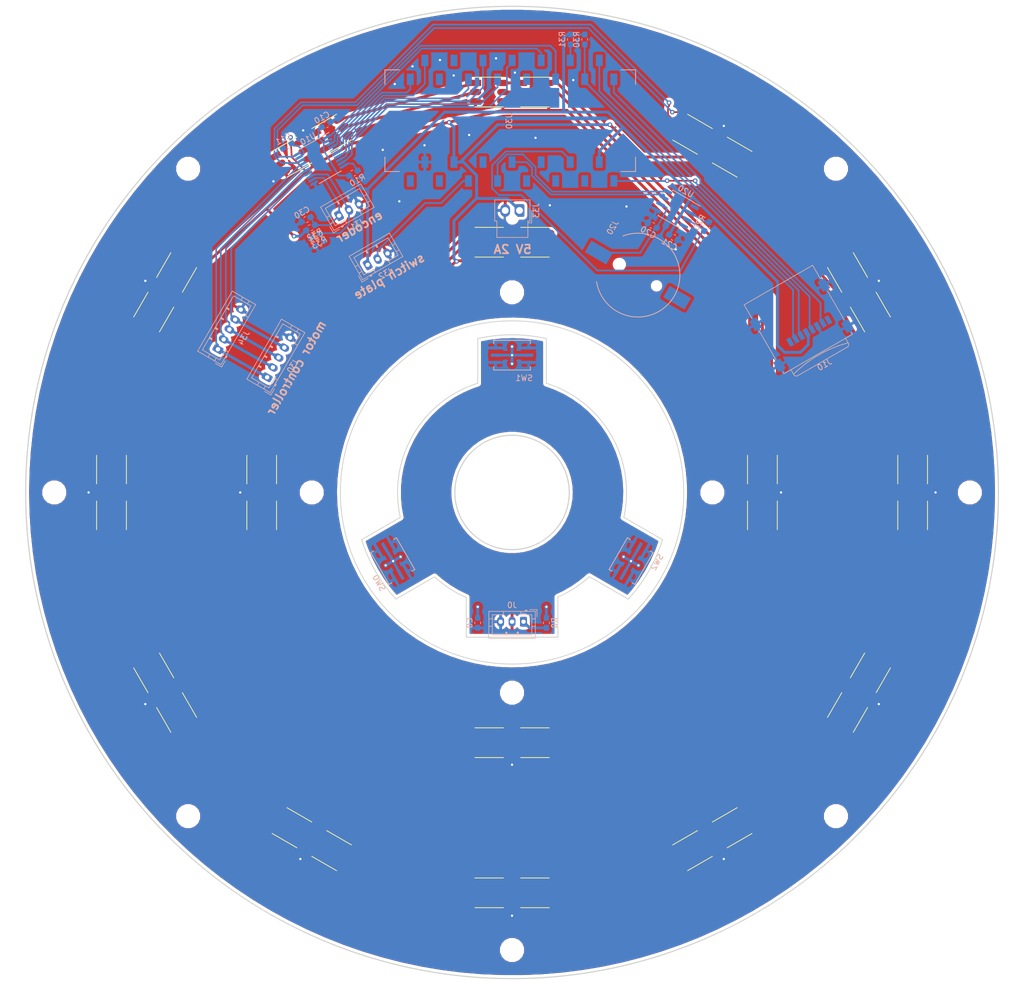
<source format=kicad_pcb>
(kicad_pcb (version 20171130) (host pcbnew "(5.0.1-3-g963ef8bb5)")
  (layers (0 F.Cu signal) (31 B.Cu signal) (34 B.Paste user) (35 F.Paste user) (36 B.SilkS user) (37 F.SilkS user) (38 B.Mask user) (39 F.Mask user) (44 Edge.Cuts user))
  (net 0 "")
  (net 1 "Net-(U10A1-Pad1)")
  (net 2 "Net-(U10A1-Pad2)")
  (net 3 GND)
  (net 4 +5V)
  (net 5 "Net-(U10A1-Pad5)")
  (net 6 "Net-(U10A1-Pad6)")
  (net 7 "Net-(U10B1-Pad6)")
  (net 8 "Net-(U10B1-Pad5)")
  (net 9 "Net-(U11A1-Pad5)")
  (net 10 "Net-(U11A1-Pad6)")
  (net 11 "Net-(U11B1-Pad6)")
  (net 12 "Net-(U11B1-Pad5)")
  (net 13 "Net-(U12A1-Pad5)")
  (net 14 "Net-(U12A1-Pad6)")
  (net 15 "Net-(U12B1-Pad6)")
  (net 16 "Net-(U12B1-Pad5)")
  (net 17 "Net-(U13A1-Pad5)")
  (net 18 "Net-(U13A1-Pad6)")
  (net 19 "Net-(U13B1-Pad6)")
  (net 20 "Net-(U13B1-Pad5)")
  (net 21 "Net-(U14A1-Pad5)")
  (net 22 "Net-(U14A1-Pad6)")
  (net 23 "Net-(U14B1-Pad6)")
  (net 24 "Net-(U14B1-Pad5)")
  (net 25 "Net-(U15A1-Pad5)")
  (net 26 "Net-(U15A1-Pad6)")
  (net 27 "Net-(U15B1-Pad6)")
  (net 28 "Net-(U15B1-Pad5)")
  (net 29 "Net-(U16A1-Pad5)")
  (net 30 "Net-(U16A1-Pad6)")
  (net 31 "Net-(U16B1-Pad6)")
  (net 32 "Net-(U16B1-Pad5)")
  (net 33 "Net-(U1A1-Pad5)")
  (net 34 "Net-(U1A1-Pad6)")
  (net 35 "Net-(U1B1-Pad6)")
  (net 36 "Net-(U1B1-Pad5)")
  (net 37 "Net-(U2A1-Pad5)")
  (net 38 "Net-(U2A1-Pad6)")
  (net 39 "Net-(U2B1-Pad6)")
  (net 40 "Net-(U2B1-Pad5)")
  (net 41 "Net-(U3A1-Pad5)")
  (net 42 "Net-(U3A1-Pad6)")
  (net 43 "Net-(U3B1-Pad6)")
  (net 44 "Net-(U3B1-Pad5)")
  (net 45 "Net-(U4A1-Pad5)")
  (net 46 "Net-(U4A1-Pad6)")
  (net 47 "Net-(U4B1-Pad6)")
  (net 48 "Net-(U4B1-Pad5)")
  (net 49 "Net-(U5A1-Pad5)")
  (net 50 "Net-(U5A1-Pad6)")
  (net 51 "Net-(U5B1-Pad6)")
  (net 52 "Net-(U5B1-Pad5)")
  (net 53 "Net-(U6A1-Pad5)")
  (net 54 "Net-(U6A1-Pad6)")
  (net 55 "Net-(U6B1-Pad6)")
  (net 56 "Net-(U6B1-Pad5)")
  (net 57 "Net-(U7A1-Pad5)")
  (net 58 "Net-(U7A1-Pad6)")
  (net 59 "Net-(U7B1-Pad6)")
  (net 60 "Net-(U7B1-Pad5)")
  (net 61 "Net-(U8A1-Pad5)")
  (net 62 "Net-(U8A1-Pad6)")
  (net 63 "Net-(U8B1-Pad6)")
  (net 64 "Net-(U8B1-Pad5)")
  (net 65 "Net-(U9A1-Pad5)")
  (net 66 "Net-(U9A1-Pad6)")
  (net 67 +3V3)
  (net 68 "Net-(C0-Pad1)")
  (net 69 "Net-(C20-Pad2)")
  (net 70 "Net-(J10-Pad8)")
  (net 71 MISO)
  (net 72 SCK)
  (net 73 MOSI)
  (net 74 SD_CS)
  (net 75 "Net-(J10-Pad1)")
  (net 76 "Net-(R10-Pad2)")
  (net 77 RTC_INT)
  (net 78 SDA)
  (net 79 SCL)
  (net 80 "Net-(U20-Pad1)")
  (net 81 "Net-(U20-Pad4)")
  (net 82 T_RXD_5V)
  (net 83 T_TXD_5V)
  (net 84 "T_HS1(UP)_5V")
  (net 85 "T_HS2(DN)_5V")
  (net 86 K_B_5V)
  (net 87 K_A_5V)
  (net 88 SW_OUT)
  (net 89 SD_CD)
  (net 90 L_DO_3V)
  (net 91 L_CLK_3V)
  (net 92 T_RXD_3V)
  (net 93 T_TXD_3V)
  (net 94 "T_HS1(UP)_3V")
  (net 95 "T_HS2(DN)_3V")
  (net 96 K_A_3V)
  (net 97 K_B_3V)
  (net 98 "Net-(U30-Pad3)")
  (net 99 "Net-(U30-Pad5)")
  (net 100 "Net-(U30-Pad6)")
  (net 101 "Net-(U30-Pad7)")
  (net 102 "Net-(U30-Pad10)")
  (net 103 "Net-(U30-Pad13)")
  (net 104 "Net-(U30-Pad18)")
  (net 105 "Net-(U30-Pad19)")
  (net 106 "Net-(U30-Pad24)")
  (net 107 L_CLK_5V)
  (net 108 L_DO_5V)
  (net 109 "Net-(U30-Pad15)")
  (module Capacitor_SMD:C_0603_1608Metric_Pad1.05x0.95mm_HandSolder (layer B.Cu) (at 66.4 56.5 210)
    (fp_text reference C31 (at 0 1.43 210) (layer B.SilkS) (effects (justify mirror)))
    (fp_text value 100nF)
    (pad 2 smd roundrect (at 0.875 0 210) (size 1.05 0.95) (layers B.Cu B.Paste B.Mask) (net 3 GND))
    (pad 1 smd roundrect (at -0.875 0 210) (size 1.05 0.95) (layers B.Cu B.Paste B.Mask) (net 86 K_B_5V))
  )
  (module Capacitor_SMD:C_0603_1608Metric_Pad1.05x0.95mm_HandSolder (layer B.Cu) (at 64 52.3 210)
    (fp_text reference C30 (at 0 1.43 210) (layer B.SilkS) (effects (justify mirror)))
    (fp_text value 100nF)
    (pad 1 smd roundrect (at -0.875 0 210) (size 1.05 0.95) (layers B.Cu B.Paste B.Mask) (net 87 K_A_5V))
    (pad 2 smd roundrect (at 0.875 0 210) (size 1.05 0.95) (layers B.Cu B.Paste B.Mask) (net 3 GND))
  )
  (module Resistor_SMD:R_0603_1608Metric_Pad1.05x0.95mm_HandSolder (layer B.Cu) (at 64.8 53.7 30)
    (fp_text reference R32 (at 0 1.43 30) (layer B.SilkS) (effects (justify mirror)))
    (fp_text value 10K)
    (pad 2 smd roundrect (at 0.875 0 30) (size 1.05 0.95) (layers B.Cu B.Paste B.Mask) (net 87 K_A_5V))
    (pad 1 smd roundrect (at -0.875 0 30) (size 1.05 0.95) (layers B.Cu B.Paste B.Mask) (net 4 +5V))
  )
  (module Resistor_SMD:R_0603_1608Metric_Pad1.05x0.95mm_HandSolder (layer B.Cu) (at 65.6 55.1 30)
    (fp_text reference R33 (at 0 1.43 30) (layer B.SilkS) (effects (justify mirror)))
    (fp_text value 10K)
    (pad 1 smd roundrect (at -0.875 0 30) (size 1.05 0.95) (layers B.Cu B.Paste B.Mask) (net 4 +5V))
    (pad 2 smd roundrect (at 0.875 0 30) (size 1.05 0.95) (layers B.Cu B.Paste B.Mask) (net 86 K_B_5V))
  )
  (module _led:5050 (layer F.Cu) (at 96 143.75 180)
    (fp_text reference U14B1 hide)
    (fp_text value APA102)
    (pad 1 smd rect (at -2.4 -1.6 180) (size 2 1.1) (layers F.Cu F.Paste F.Mask) (net 22 "Net-(U14A1-Pad6)"))
    (pad 2 smd oval (at -2.4 0 180) (size 2 1.1) (layers F.Cu F.Paste F.Mask) (net 21 "Net-(U14A1-Pad5)"))
    (pad 3 smd oval (at -2.4 1.6 180) (size 2 1.1) (layers F.Cu F.Paste F.Mask) (net 3 GND))
    (pad 4 smd oval (at 2.4 1.6 180) (size 2 1.1) (layers F.Cu F.Paste F.Mask) (net 4 +5V))
    (pad 5 smd oval (at 2.4 0 180) (size 2 1.1) (layers F.Cu F.Paste F.Mask) (net 24 "Net-(U14B1-Pad5)"))
    (pad 6 smd oval (at 2.4 -1.6 180) (size 2 1.1) (layers F.Cu F.Paste F.Mask) (net 23 "Net-(U14B1-Pad6)"))
  )
  (module _led:5050 (layer F.Cu) (at 56.25 96 90)
    (fp_text reference U15B1 hide)
    (fp_text value APA102)
    (pad 1 smd rect (at -2.4 -1.6 90) (size 2 1.1) (layers F.Cu F.Paste F.Mask) (net 26 "Net-(U15A1-Pad6)"))
    (pad 2 smd oval (at -2.4 0 90) (size 2 1.1) (layers F.Cu F.Paste F.Mask) (net 25 "Net-(U15A1-Pad5)"))
    (pad 3 smd oval (at -2.4 1.6 90) (size 2 1.1) (layers F.Cu F.Paste F.Mask) (net 3 GND))
    (pad 4 smd oval (at 2.4 1.6 90) (size 2 1.1) (layers F.Cu F.Paste F.Mask) (net 4 +5V))
    (pad 5 smd oval (at 2.4 0 90) (size 2 1.1) (layers F.Cu F.Paste F.Mask) (net 28 "Net-(U15B1-Pad5)"))
    (pad 6 smd oval (at 2.4 -1.6 90) (size 2 1.1) (layers F.Cu F.Paste F.Mask) (net 27 "Net-(U15B1-Pad6)"))
  )
  (module _led:5050 (layer F.Cu) (at 104 56.25)
    (fp_text reference U16B1 hide)
    (fp_text value APA102)
    (pad 1 smd rect (at -2.4 -1.6) (size 2 1.1) (layers F.Cu F.Paste F.Mask) (net 30 "Net-(U16A1-Pad6)"))
    (pad 2 smd oval (at -2.4 0) (size 2 1.1) (layers F.Cu F.Paste F.Mask) (net 29 "Net-(U16A1-Pad5)"))
    (pad 3 smd oval (at -2.4 1.6) (size 2 1.1) (layers F.Cu F.Paste F.Mask) (net 3 GND))
    (pad 4 smd oval (at 2.4 1.6) (size 2 1.1) (layers F.Cu F.Paste F.Mask) (net 4 +5V))
    (pad 5 smd oval (at 2.4 0) (size 2 1.1) (layers F.Cu F.Paste F.Mask) (net 32 "Net-(U16B1-Pad5)"))
    (pad 6 smd oval (at 2.4 -1.6) (size 2 1.1) (layers F.Cu F.Paste F.Mask) (net 31 "Net-(U16B1-Pad6)"))
  )
  (module _led:5050 (layer F.Cu) (at 104 143.75 180)
    (fp_text reference U14A1 hide)
    (fp_text value APA102)
    (pad 6 smd oval (at 2.4 -1.6 180) (size 2 1.1) (layers F.Cu F.Paste F.Mask) (net 22 "Net-(U14A1-Pad6)"))
    (pad 5 smd oval (at 2.4 0 180) (size 2 1.1) (layers F.Cu F.Paste F.Mask) (net 21 "Net-(U14A1-Pad5)"))
    (pad 4 smd oval (at 2.4 1.6 180) (size 2 1.1) (layers F.Cu F.Paste F.Mask) (net 4 +5V))
    (pad 3 smd oval (at -2.4 1.6 180) (size 2 1.1) (layers F.Cu F.Paste F.Mask) (net 3 GND))
    (pad 2 smd oval (at -2.4 0 180) (size 2 1.1) (layers F.Cu F.Paste F.Mask) (net 20 "Net-(U13B1-Pad5)"))
    (pad 1 smd rect (at -2.4 -1.6 180) (size 2 1.1) (layers F.Cu F.Paste F.Mask) (net 19 "Net-(U13B1-Pad6)"))
  )
  (module _led:5050 (layer F.Cu) (at 56.25 104 90)
    (fp_text reference U15A1 hide)
    (fp_text value APA102)
    (pad 6 smd oval (at 2.4 -1.6 90) (size 2 1.1) (layers F.Cu F.Paste F.Mask) (net 26 "Net-(U15A1-Pad6)"))
    (pad 5 smd oval (at 2.4 0 90) (size 2 1.1) (layers F.Cu F.Paste F.Mask) (net 25 "Net-(U15A1-Pad5)"))
    (pad 4 smd oval (at 2.4 1.6 90) (size 2 1.1) (layers F.Cu F.Paste F.Mask) (net 4 +5V))
    (pad 3 smd oval (at -2.4 1.6 90) (size 2 1.1) (layers F.Cu F.Paste F.Mask) (net 3 GND))
    (pad 2 smd oval (at -2.4 0 90) (size 2 1.1) (layers F.Cu F.Paste F.Mask) (net 24 "Net-(U14B1-Pad5)"))
    (pad 1 smd rect (at -2.4 -1.6 90) (size 2 1.1) (layers F.Cu F.Paste F.Mask) (net 23 "Net-(U14B1-Pad6)"))
  )
  (module _led:5050 (layer F.Cu) (at 96 56.25)
    (fp_text reference U16A1 hide)
    (fp_text value APA102)
    (pad 6 smd oval (at 2.4 -1.6) (size 2 1.1) (layers F.Cu F.Paste F.Mask) (net 30 "Net-(U16A1-Pad6)"))
    (pad 5 smd oval (at 2.4 0) (size 2 1.1) (layers F.Cu F.Paste F.Mask) (net 29 "Net-(U16A1-Pad5)"))
    (pad 4 smd oval (at 2.4 1.6) (size 2 1.1) (layers F.Cu F.Paste F.Mask) (net 4 +5V))
    (pad 3 smd oval (at -2.4 1.6) (size 2 1.1) (layers F.Cu F.Paste F.Mask) (net 3 GND))
    (pad 2 smd oval (at -2.4 0) (size 2 1.1) (layers F.Cu F.Paste F.Mask) (net 28 "Net-(U15B1-Pad5)"))
    (pad 1 smd rect (at -2.4 -1.6) (size 2 1.1) (layers F.Cu F.Paste F.Mask) (net 27 "Net-(U15B1-Pad6)"))
  )
  (module _led:5050 (layer F.Cu) (at 131.535898 37.378222 330)
    (fp_text reference U1A1 hide)
    (fp_text value APA102)
    (pad 6 smd oval (at 2.4 -1.6 330) (size 2 1.1) (layers F.Cu F.Paste F.Mask) (net 34 "Net-(U1A1-Pad6)"))
    (pad 5 smd oval (at 2.4 0 330) (size 2 1.1) (layers F.Cu F.Paste F.Mask) (net 33 "Net-(U1A1-Pad5)"))
    (pad 4 smd oval (at 2.4 1.6 330) (size 2 1.1) (layers F.Cu F.Paste F.Mask) (net 4 +5V))
    (pad 3 smd oval (at -2.4 1.6 330) (size 2 1.1) (layers F.Cu F.Paste F.Mask) (net 3 GND))
    (pad 2 smd oval (at -2.4 0 330) (size 2 1.1) (layers F.Cu F.Paste F.Mask) (net 107 L_CLK_5V))
    (pad 1 smd rect (at -2.4 -1.6 330) (size 2 1.1) (layers F.Cu F.Paste F.Mask) (net 108 L_DO_5V))
  )
  (module _led:5050 (layer F.Cu) (at 158.621778 61.535898 300)
    (fp_text reference U2A1 hide)
    (fp_text value APA102)
    (pad 6 smd oval (at 2.4 -1.6 300) (size 2 1.1) (layers F.Cu F.Paste F.Mask) (net 38 "Net-(U2A1-Pad6)"))
    (pad 5 smd oval (at 2.4 0 300) (size 2 1.1) (layers F.Cu F.Paste F.Mask) (net 37 "Net-(U2A1-Pad5)"))
    (pad 4 smd oval (at 2.4 1.6 300) (size 2 1.1) (layers F.Cu F.Paste F.Mask) (net 4 +5V))
    (pad 3 smd oval (at -2.4 1.6 300) (size 2 1.1) (layers F.Cu F.Paste F.Mask) (net 3 GND))
    (pad 2 smd oval (at -2.4 0 300) (size 2 1.1) (layers F.Cu F.Paste F.Mask) (net 36 "Net-(U1B1-Pad5)"))
    (pad 1 smd rect (at -2.4 -1.6 300) (size 2 1.1) (layers F.Cu F.Paste F.Mask) (net 35 "Net-(U1B1-Pad6)"))
  )
  (module _led:5050 (layer F.Cu) (at 170 96 270)
    (fp_text reference U3A1 hide)
    (fp_text value APA102)
    (pad 6 smd oval (at 2.4 -1.6 270) (size 2 1.1) (layers F.Cu F.Paste F.Mask) (net 42 "Net-(U3A1-Pad6)"))
    (pad 5 smd oval (at 2.4 0 270) (size 2 1.1) (layers F.Cu F.Paste F.Mask) (net 41 "Net-(U3A1-Pad5)"))
    (pad 4 smd oval (at 2.4 1.6 270) (size 2 1.1) (layers F.Cu F.Paste F.Mask) (net 4 +5V))
    (pad 3 smd oval (at -2.4 1.6 270) (size 2 1.1) (layers F.Cu F.Paste F.Mask) (net 3 GND))
    (pad 2 smd oval (at -2.4 0 270) (size 2 1.1) (layers F.Cu F.Paste F.Mask) (net 40 "Net-(U2B1-Pad5)"))
    (pad 1 smd rect (at -2.4 -1.6 270) (size 2 1.1) (layers F.Cu F.Paste F.Mask) (net 39 "Net-(U2B1-Pad6)"))
  )
  (module _led:5050 (layer F.Cu) (at 162.621778 131.535898 240)
    (fp_text reference U4A1 hide)
    (fp_text value APA102)
    (pad 6 smd oval (at 2.4 -1.6 240) (size 2 1.1) (layers F.Cu F.Paste F.Mask) (net 46 "Net-(U4A1-Pad6)"))
    (pad 5 smd oval (at 2.4 0 240) (size 2 1.1) (layers F.Cu F.Paste F.Mask) (net 45 "Net-(U4A1-Pad5)"))
    (pad 4 smd oval (at 2.4 1.6 240) (size 2 1.1) (layers F.Cu F.Paste F.Mask) (net 4 +5V))
    (pad 3 smd oval (at -2.4 1.6 240) (size 2 1.1) (layers F.Cu F.Paste F.Mask) (net 3 GND))
    (pad 2 smd oval (at -2.4 0 240) (size 2 1.1) (layers F.Cu F.Paste F.Mask) (net 44 "Net-(U3B1-Pad5)"))
    (pad 1 smd rect (at -2.4 -1.6 240) (size 2 1.1) (layers F.Cu F.Paste F.Mask) (net 43 "Net-(U3B1-Pad6)"))
  )
  (module _led:5050 (layer F.Cu) (at 138.464102 158.621778 210)
    (fp_text reference U5A1 hide)
    (fp_text value APA102)
    (pad 6 smd oval (at 2.4 -1.6 210) (size 2 1.1) (layers F.Cu F.Paste F.Mask) (net 50 "Net-(U5A1-Pad6)"))
    (pad 5 smd oval (at 2.4 0 210) (size 2 1.1) (layers F.Cu F.Paste F.Mask) (net 49 "Net-(U5A1-Pad5)"))
    (pad 4 smd oval (at 2.4 1.6 210) (size 2 1.1) (layers F.Cu F.Paste F.Mask) (net 4 +5V))
    (pad 3 smd oval (at -2.4 1.6 210) (size 2 1.1) (layers F.Cu F.Paste F.Mask) (net 3 GND))
    (pad 2 smd oval (at -2.4 0 210) (size 2 1.1) (layers F.Cu F.Paste F.Mask) (net 48 "Net-(U4B1-Pad5)"))
    (pad 1 smd rect (at -2.4 -1.6 210) (size 2 1.1) (layers F.Cu F.Paste F.Mask) (net 47 "Net-(U4B1-Pad6)"))
  )
  (module _led:5050 (layer F.Cu) (at 104 170 180)
    (fp_text reference U6A1 hide)
    (fp_text value APA102)
    (pad 6 smd oval (at 2.4 -1.6 180) (size 2 1.1) (layers F.Cu F.Paste F.Mask) (net 54 "Net-(U6A1-Pad6)"))
    (pad 5 smd oval (at 2.4 0 180) (size 2 1.1) (layers F.Cu F.Paste F.Mask) (net 53 "Net-(U6A1-Pad5)"))
    (pad 4 smd oval (at 2.4 1.6 180) (size 2 1.1) (layers F.Cu F.Paste F.Mask) (net 4 +5V))
    (pad 3 smd oval (at -2.4 1.6 180) (size 2 1.1) (layers F.Cu F.Paste F.Mask) (net 3 GND))
    (pad 2 smd oval (at -2.4 0 180) (size 2 1.1) (layers F.Cu F.Paste F.Mask) (net 52 "Net-(U5B1-Pad5)"))
    (pad 1 smd rect (at -2.4 -1.6 180) (size 2 1.1) (layers F.Cu F.Paste F.Mask) (net 51 "Net-(U5B1-Pad6)"))
  )
  (module _led:5050 (layer F.Cu) (at 68.464102 162.621778 150)
    (fp_text reference U7A1 hide)
    (fp_text value APA102)
    (pad 6 smd oval (at 2.4 -1.6 150) (size 2 1.1) (layers F.Cu F.Paste F.Mask) (net 58 "Net-(U7A1-Pad6)"))
    (pad 5 smd oval (at 2.4 0 150) (size 2 1.1) (layers F.Cu F.Paste F.Mask) (net 57 "Net-(U7A1-Pad5)"))
    (pad 4 smd oval (at 2.4 1.6 150) (size 2 1.1) (layers F.Cu F.Paste F.Mask) (net 4 +5V))
    (pad 3 smd oval (at -2.4 1.6 150) (size 2 1.1) (layers F.Cu F.Paste F.Mask) (net 3 GND))
    (pad 2 smd oval (at -2.4 0 150) (size 2 1.1) (layers F.Cu F.Paste F.Mask) (net 56 "Net-(U6B1-Pad5)"))
    (pad 1 smd rect (at -2.4 -1.6 150) (size 2 1.1) (layers F.Cu F.Paste F.Mask) (net 55 "Net-(U6B1-Pad6)"))
  )
  (module _led:5050 (layer F.Cu) (at 41.378222 138.464102 120)
    (fp_text reference U8A1 hide)
    (fp_text value APA102)
    (pad 6 smd oval (at 2.4 -1.6 120) (size 2 1.1) (layers F.Cu F.Paste F.Mask) (net 62 "Net-(U8A1-Pad6)"))
    (pad 5 smd oval (at 2.4 0 120) (size 2 1.1) (layers F.Cu F.Paste F.Mask) (net 61 "Net-(U8A1-Pad5)"))
    (pad 4 smd oval (at 2.4 1.6 120) (size 2 1.1) (layers F.Cu F.Paste F.Mask) (net 4 +5V))
    (pad 3 smd oval (at -2.4 1.6 120) (size 2 1.1) (layers F.Cu F.Paste F.Mask) (net 3 GND))
    (pad 2 smd oval (at -2.4 0 120) (size 2 1.1) (layers F.Cu F.Paste F.Mask) (net 60 "Net-(U7B1-Pad5)"))
    (pad 1 smd rect (at -2.4 -1.6 120) (size 2 1.1) (layers F.Cu F.Paste F.Mask) (net 59 "Net-(U7B1-Pad6)"))
  )
  (module _led:5050 (layer F.Cu) (at 30 104 90)
    (fp_text reference U9A1 hide)
    (fp_text value APA102)
    (pad 6 smd oval (at 2.4 -1.6 90) (size 2 1.1) (layers F.Cu F.Paste F.Mask) (net 66 "Net-(U9A1-Pad6)"))
    (pad 5 smd oval (at 2.4 0 90) (size 2 1.1) (layers F.Cu F.Paste F.Mask) (net 65 "Net-(U9A1-Pad5)"))
    (pad 4 smd oval (at 2.4 1.6 90) (size 2 1.1) (layers F.Cu F.Paste F.Mask) (net 4 +5V))
    (pad 3 smd oval (at -2.4 1.6 90) (size 2 1.1) (layers F.Cu F.Paste F.Mask) (net 3 GND))
    (pad 2 smd oval (at -2.4 0 90) (size 2 1.1) (layers F.Cu F.Paste F.Mask) (net 64 "Net-(U8B1-Pad5)"))
    (pad 1 smd rect (at -2.4 -1.6 90) (size 2 1.1) (layers F.Cu F.Paste F.Mask) (net 63 "Net-(U8B1-Pad6)"))
  )
  (module _led:5050 (layer F.Cu) (at 37.378222 68.464102 60)
    (fp_text reference U10A1 hide)
    (fp_text value APA102)
    (pad 6 smd oval (at 2.4 -1.6 60) (size 2 1.1) (layers F.Cu F.Paste F.Mask) (net 6 "Net-(U10A1-Pad6)"))
    (pad 5 smd oval (at 2.4 0 60) (size 2 1.1) (layers F.Cu F.Paste F.Mask) (net 5 "Net-(U10A1-Pad5)"))
    (pad 4 smd oval (at 2.4 1.6 60) (size 2 1.1) (layers F.Cu F.Paste F.Mask) (net 4 +5V))
    (pad 3 smd oval (at -2.4 1.6 60) (size 2 1.1) (layers F.Cu F.Paste F.Mask) (net 3 GND))
    (pad 2 smd oval (at -2.4 0 60) (size 2 1.1) (layers F.Cu F.Paste F.Mask) (net 2 "Net-(U10A1-Pad2)"))
    (pad 1 smd rect (at -2.4 -1.6 60) (size 2 1.1) (layers F.Cu F.Paste F.Mask) (net 1 "Net-(U10A1-Pad1)"))
  )
  (module _led:5050 (layer F.Cu) (at 61.535898 41.378222 30)
    (fp_text reference U11A1 hide)
    (fp_text value APA102)
    (pad 6 smd oval (at 2.4 -1.6 30) (size 2 1.1) (layers F.Cu F.Paste F.Mask) (net 10 "Net-(U11A1-Pad6)"))
    (pad 5 smd oval (at 2.4 0 30) (size 2 1.1) (layers F.Cu F.Paste F.Mask) (net 9 "Net-(U11A1-Pad5)"))
    (pad 4 smd oval (at 2.4 1.6 30) (size 2 1.1) (layers F.Cu F.Paste F.Mask) (net 4 +5V))
    (pad 3 smd oval (at -2.4 1.6 30) (size 2 1.1) (layers F.Cu F.Paste F.Mask) (net 3 GND))
    (pad 2 smd oval (at -2.4 0 30) (size 2 1.1) (layers F.Cu F.Paste F.Mask) (net 8 "Net-(U10B1-Pad5)"))
    (pad 1 smd rect (at -2.4 -1.6 30) (size 2 1.1) (layers F.Cu F.Paste F.Mask) (net 7 "Net-(U10B1-Pad6)"))
  )
  (module _led:5050 (layer F.Cu) (at 138.464102 41.378222 330)
    (fp_text reference U1B1 hide)
    (fp_text value APA102)
    (pad 1 smd rect (at -2.4 -1.6 330) (size 2 1.1) (layers F.Cu F.Paste F.Mask) (net 34 "Net-(U1A1-Pad6)"))
    (pad 2 smd oval (at -2.4 0 330) (size 2 1.1) (layers F.Cu F.Paste F.Mask) (net 33 "Net-(U1A1-Pad5)"))
    (pad 3 smd oval (at -2.4 1.6 330) (size 2 1.1) (layers F.Cu F.Paste F.Mask) (net 3 GND))
    (pad 4 smd oval (at 2.4 1.6 330) (size 2 1.1) (layers F.Cu F.Paste F.Mask) (net 4 +5V))
    (pad 5 smd oval (at 2.4 0 330) (size 2 1.1) (layers F.Cu F.Paste F.Mask) (net 36 "Net-(U1B1-Pad5)"))
    (pad 6 smd oval (at 2.4 -1.6 330) (size 2 1.1) (layers F.Cu F.Paste F.Mask) (net 35 "Net-(U1B1-Pad6)"))
  )
  (module _led:5050 (layer F.Cu) (at 162.621778 68.464102 300)
    (fp_text reference U2B1 hide)
    (fp_text value APA102)
    (pad 1 smd rect (at -2.4 -1.6 300) (size 2 1.1) (layers F.Cu F.Paste F.Mask) (net 38 "Net-(U2A1-Pad6)"))
    (pad 2 smd oval (at -2.4 0 300) (size 2 1.1) (layers F.Cu F.Paste F.Mask) (net 37 "Net-(U2A1-Pad5)"))
    (pad 3 smd oval (at -2.4 1.6 300) (size 2 1.1) (layers F.Cu F.Paste F.Mask) (net 3 GND))
    (pad 4 smd oval (at 2.4 1.6 300) (size 2 1.1) (layers F.Cu F.Paste F.Mask) (net 4 +5V))
    (pad 5 smd oval (at 2.4 0 300) (size 2 1.1) (layers F.Cu F.Paste F.Mask) (net 40 "Net-(U2B1-Pad5)"))
    (pad 6 smd oval (at 2.4 -1.6 300) (size 2 1.1) (layers F.Cu F.Paste F.Mask) (net 39 "Net-(U2B1-Pad6)"))
  )
  (module _led:5050 (layer F.Cu) (at 170 104 270)
    (fp_text reference U3B1 hide)
    (fp_text value APA102)
    (pad 1 smd rect (at -2.4 -1.6 270) (size 2 1.1) (layers F.Cu F.Paste F.Mask) (net 42 "Net-(U3A1-Pad6)"))
    (pad 2 smd oval (at -2.4 0 270) (size 2 1.1) (layers F.Cu F.Paste F.Mask) (net 41 "Net-(U3A1-Pad5)"))
    (pad 3 smd oval (at -2.4 1.6 270) (size 2 1.1) (layers F.Cu F.Paste F.Mask) (net 3 GND))
    (pad 4 smd oval (at 2.4 1.6 270) (size 2 1.1) (layers F.Cu F.Paste F.Mask) (net 4 +5V))
    (pad 5 smd oval (at 2.4 0 270) (size 2 1.1) (layers F.Cu F.Paste F.Mask) (net 44 "Net-(U3B1-Pad5)"))
    (pad 6 smd oval (at 2.4 -1.6 270) (size 2 1.1) (layers F.Cu F.Paste F.Mask) (net 43 "Net-(U3B1-Pad6)"))
  )
  (module _led:5050 (layer F.Cu) (at 158.621778 138.464102 240)
    (fp_text reference U4B1 hide)
    (fp_text value APA102)
    (pad 1 smd rect (at -2.4 -1.6 240) (size 2 1.1) (layers F.Cu F.Paste F.Mask) (net 46 "Net-(U4A1-Pad6)"))
    (pad 2 smd oval (at -2.4 0 240) (size 2 1.1) (layers F.Cu F.Paste F.Mask) (net 45 "Net-(U4A1-Pad5)"))
    (pad 3 smd oval (at -2.4 1.6 240) (size 2 1.1) (layers F.Cu F.Paste F.Mask) (net 3 GND))
    (pad 4 smd oval (at 2.4 1.6 240) (size 2 1.1) (layers F.Cu F.Paste F.Mask) (net 4 +5V))
    (pad 5 smd oval (at 2.4 0 240) (size 2 1.1) (layers F.Cu F.Paste F.Mask) (net 48 "Net-(U4B1-Pad5)"))
    (pad 6 smd oval (at 2.4 -1.6 240) (size 2 1.1) (layers F.Cu F.Paste F.Mask) (net 47 "Net-(U4B1-Pad6)"))
  )
  (module _led:5050 (layer F.Cu) (at 131.535898 162.621778 210)
    (fp_text reference U5B1 hide)
    (fp_text value APA102)
    (pad 1 smd rect (at -2.4 -1.6 210) (size 2 1.1) (layers F.Cu F.Paste F.Mask) (net 50 "Net-(U5A1-Pad6)"))
    (pad 2 smd oval (at -2.4 0 210) (size 2 1.1) (layers F.Cu F.Paste F.Mask) (net 49 "Net-(U5A1-Pad5)"))
    (pad 3 smd oval (at -2.4 1.6 210) (size 2 1.1) (layers F.Cu F.Paste F.Mask) (net 3 GND))
    (pad 4 smd oval (at 2.4 1.6 210) (size 2 1.1) (layers F.Cu F.Paste F.Mask) (net 4 +5V))
    (pad 5 smd oval (at 2.4 0 210) (size 2 1.1) (layers F.Cu F.Paste F.Mask) (net 52 "Net-(U5B1-Pad5)"))
    (pad 6 smd oval (at 2.4 -1.6 210) (size 2 1.1) (layers F.Cu F.Paste F.Mask) (net 51 "Net-(U5B1-Pad6)"))
  )
  (module _led:5050 (layer F.Cu) (at 96 170 180)
    (fp_text reference U6B1 hide)
    (fp_text value APA102)
    (pad 1 smd rect (at -2.4 -1.6 180) (size 2 1.1) (layers F.Cu F.Paste F.Mask) (net 54 "Net-(U6A1-Pad6)"))
    (pad 2 smd oval (at -2.4 0 180) (size 2 1.1) (layers F.Cu F.Paste F.Mask) (net 53 "Net-(U6A1-Pad5)"))
    (pad 3 smd oval (at -2.4 1.6 180) (size 2 1.1) (layers F.Cu F.Paste F.Mask) (net 3 GND))
    (pad 4 smd oval (at 2.4 1.6 180) (size 2 1.1) (layers F.Cu F.Paste F.Mask) (net 4 +5V))
    (pad 5 smd oval (at 2.4 0 180) (size 2 1.1) (layers F.Cu F.Paste F.Mask) (net 56 "Net-(U6B1-Pad5)"))
    (pad 6 smd oval (at 2.4 -1.6 180) (size 2 1.1) (layers F.Cu F.Paste F.Mask) (net 55 "Net-(U6B1-Pad6)"))
  )
  (module _led:5050 (layer F.Cu) (at 61.535898 158.621778 150)
    (fp_text reference U7B1 hide)
    (fp_text value APA102)
    (pad 1 smd rect (at -2.4 -1.6 150) (size 2 1.1) (layers F.Cu F.Paste F.Mask) (net 58 "Net-(U7A1-Pad6)"))
    (pad 2 smd oval (at -2.4 0 150) (size 2 1.1) (layers F.Cu F.Paste F.Mask) (net 57 "Net-(U7A1-Pad5)"))
    (pad 3 smd oval (at -2.4 1.6 150) (size 2 1.1) (layers F.Cu F.Paste F.Mask) (net 3 GND))
    (pad 4 smd oval (at 2.4 1.6 150) (size 2 1.1) (layers F.Cu F.Paste F.Mask) (net 4 +5V))
    (pad 5 smd oval (at 2.4 0 150) (size 2 1.1) (layers F.Cu F.Paste F.Mask) (net 60 "Net-(U7B1-Pad5)"))
    (pad 6 smd oval (at 2.4 -1.6 150) (size 2 1.1) (layers F.Cu F.Paste F.Mask) (net 59 "Net-(U7B1-Pad6)"))
  )
  (module _led:5050 (layer F.Cu) (at 37.378222 131.535898 120)
    (fp_text reference U8B1 hide)
    (fp_text value APA102)
    (pad 1 smd rect (at -2.4 -1.6 120) (size 2 1.1) (layers F.Cu F.Paste F.Mask) (net 62 "Net-(U8A1-Pad6)"))
    (pad 2 smd oval (at -2.4 0 120) (size 2 1.1) (layers F.Cu F.Paste F.Mask) (net 61 "Net-(U8A1-Pad5)"))
    (pad 3 smd oval (at -2.4 1.6 120) (size 2 1.1) (layers F.Cu F.Paste F.Mask) (net 3 GND))
    (pad 4 smd oval (at 2.4 1.6 120) (size 2 1.1) (layers F.Cu F.Paste F.Mask) (net 4 +5V))
    (pad 5 smd oval (at 2.4 0 120) (size 2 1.1) (layers F.Cu F.Paste F.Mask) (net 64 "Net-(U8B1-Pad5)"))
    (pad 6 smd oval (at 2.4 -1.6 120) (size 2 1.1) (layers F.Cu F.Paste F.Mask) (net 63 "Net-(U8B1-Pad6)"))
  )
  (module _led:5050 (layer F.Cu) (at 30 96 90)
    (fp_text reference U9B1 hide)
    (fp_text value APA102)
    (pad 1 smd rect (at -2.4 -1.6 90) (size 2 1.1) (layers F.Cu F.Paste F.Mask) (net 66 "Net-(U9A1-Pad6)"))
    (pad 2 smd oval (at -2.4 0 90) (size 2 1.1) (layers F.Cu F.Paste F.Mask) (net 65 "Net-(U9A1-Pad5)"))
    (pad 3 smd oval (at -2.4 1.6 90) (size 2 1.1) (layers F.Cu F.Paste F.Mask) (net 3 GND))
    (pad 4 smd oval (at 2.4 1.6 90) (size 2 1.1) (layers F.Cu F.Paste F.Mask) (net 4 +5V))
    (pad 5 smd oval (at 2.4 0 90) (size 2 1.1) (layers F.Cu F.Paste F.Mask) (net 2 "Net-(U10A1-Pad2)"))
    (pad 6 smd oval (at 2.4 -1.6 90) (size 2 1.1) (layers F.Cu F.Paste F.Mask) (net 1 "Net-(U10A1-Pad1)"))
  )
  (module _led:5050 (layer F.Cu) (at 41.378222 61.535898 60)
    (fp_text reference U10B1 hide)
    (fp_text value APA102)
    (pad 1 smd rect (at -2.4 -1.6 60) (size 2 1.1) (layers F.Cu F.Paste F.Mask) (net 6 "Net-(U10A1-Pad6)"))
    (pad 2 smd oval (at -2.4 0 60) (size 2 1.1) (layers F.Cu F.Paste F.Mask) (net 5 "Net-(U10A1-Pad5)"))
    (pad 3 smd oval (at -2.4 1.6 60) (size 2 1.1) (layers F.Cu F.Paste F.Mask) (net 3 GND))
    (pad 4 smd oval (at 2.4 1.6 60) (size 2 1.1) (layers F.Cu F.Paste F.Mask) (net 4 +5V))
    (pad 5 smd oval (at 2.4 0 60) (size 2 1.1) (layers F.Cu F.Paste F.Mask) (net 8 "Net-(U10B1-Pad5)"))
    (pad 6 smd oval (at 2.4 -1.6 60) (size 2 1.1) (layers F.Cu F.Paste F.Mask) (net 7 "Net-(U10B1-Pad6)"))
  )
  (module _led:5050 (layer F.Cu) (at 68.464102 37.378222 30)
    (fp_text reference U11B1 hide)
    (fp_text value APA102)
    (pad 1 smd rect (at -2.4 -1.6 30) (size 2 1.1) (layers F.Cu F.Paste F.Mask) (net 10 "Net-(U11A1-Pad6)"))
    (pad 2 smd oval (at -2.4 0 30) (size 2 1.1) (layers F.Cu F.Paste F.Mask) (net 9 "Net-(U11A1-Pad5)"))
    (pad 3 smd oval (at -2.4 1.6 30) (size 2 1.1) (layers F.Cu F.Paste F.Mask) (net 3 GND))
    (pad 4 smd oval (at 2.4 1.6 30) (size 2 1.1) (layers F.Cu F.Paste F.Mask) (net 4 +5V))
    (pad 5 smd oval (at 2.4 0 30) (size 2 1.1) (layers F.Cu F.Paste F.Mask) (net 12 "Net-(U11B1-Pad5)"))
    (pad 6 smd oval (at 2.4 -1.6 30) (size 2 1.1) (layers F.Cu F.Paste F.Mask) (net 11 "Net-(U11B1-Pad6)"))
  )
  (module _led:5050 (layer F.Cu) (at 96 30)
    (fp_text reference U12A1 hide)
    (fp_text value APA102)
    (pad 1 smd rect (at -2.4 -1.6) (size 2 1.1) (layers F.Cu F.Paste F.Mask) (net 11 "Net-(U11B1-Pad6)"))
    (pad 2 smd oval (at -2.4 0) (size 2 1.1) (layers F.Cu F.Paste F.Mask) (net 12 "Net-(U11B1-Pad5)"))
    (pad 3 smd oval (at -2.4 1.6) (size 2 1.1) (layers F.Cu F.Paste F.Mask) (net 3 GND))
    (pad 4 smd oval (at 2.4 1.6) (size 2 1.1) (layers F.Cu F.Paste F.Mask) (net 4 +5V))
    (pad 5 smd oval (at 2.4 0) (size 2 1.1) (layers F.Cu F.Paste F.Mask) (net 13 "Net-(U12A1-Pad5)"))
    (pad 6 smd oval (at 2.4 -1.6) (size 2 1.1) (layers F.Cu F.Paste F.Mask) (net 14 "Net-(U12A1-Pad6)"))
  )
  (module _led:5050 (layer F.Cu) (at 104 30)
    (fp_text reference U12B1 hide)
    (fp_text value APA102)
    (pad 6 smd oval (at 2.4 -1.6) (size 2 1.1) (layers F.Cu F.Paste F.Mask) (net 15 "Net-(U12B1-Pad6)"))
    (pad 5 smd oval (at 2.4 0) (size 2 1.1) (layers F.Cu F.Paste F.Mask) (net 16 "Net-(U12B1-Pad5)"))
    (pad 4 smd oval (at 2.4 1.6) (size 2 1.1) (layers F.Cu F.Paste F.Mask) (net 4 +5V))
    (pad 3 smd oval (at -2.4 1.6) (size 2 1.1) (layers F.Cu F.Paste F.Mask) (net 3 GND))
    (pad 2 smd oval (at -2.4 0) (size 2 1.1) (layers F.Cu F.Paste F.Mask) (net 13 "Net-(U12A1-Pad5)"))
    (pad 1 smd rect (at -2.4 -1.6) (size 2 1.1) (layers F.Cu F.Paste F.Mask) (net 14 "Net-(U12A1-Pad6)"))
  )
  (module _led:5050 (layer F.Cu) (at 143.75 96 270)
    (fp_text reference U13A1 hide)
    (fp_text value APA102)
    (pad 1 smd rect (at -2.4 -1.6 270) (size 2 1.1) (layers F.Cu F.Paste F.Mask) (net 15 "Net-(U12B1-Pad6)"))
    (pad 2 smd oval (at -2.4 0 270) (size 2 1.1) (layers F.Cu F.Paste F.Mask) (net 16 "Net-(U12B1-Pad5)"))
    (pad 3 smd oval (at -2.4 1.6 270) (size 2 1.1) (layers F.Cu F.Paste F.Mask) (net 3 GND))
    (pad 4 smd oval (at 2.4 1.6 270) (size 2 1.1) (layers F.Cu F.Paste F.Mask) (net 4 +5V))
    (pad 5 smd oval (at 2.4 0 270) (size 2 1.1) (layers F.Cu F.Paste F.Mask) (net 17 "Net-(U13A1-Pad5)"))
    (pad 6 smd oval (at 2.4 -1.6 270) (size 2 1.1) (layers F.Cu F.Paste F.Mask) (net 18 "Net-(U13A1-Pad6)"))
  )
  (module _led:5050 (layer F.Cu) (at 143.75 104 270)
    (fp_text reference U13B1 hide)
    (fp_text value APA102)
    (pad 6 smd oval (at 2.4 -1.6 270) (size 2 1.1) (layers F.Cu F.Paste F.Mask) (net 19 "Net-(U13B1-Pad6)"))
    (pad 5 smd oval (at 2.4 0 270) (size 2 1.1) (layers F.Cu F.Paste F.Mask) (net 20 "Net-(U13B1-Pad5)"))
    (pad 4 smd oval (at 2.4 1.6 270) (size 2 1.1) (layers F.Cu F.Paste F.Mask) (net 4 +5V))
    (pad 3 smd oval (at -2.4 1.6 270) (size 2 1.1) (layers F.Cu F.Paste F.Mask) (net 3 GND))
    (pad 2 smd oval (at -2.4 0 270) (size 2 1.1) (layers F.Cu F.Paste F.Mask) (net 17 "Net-(U13A1-Pad5)"))
    (pad 1 smd rect (at -2.4 -1.6 270) (size 2 1.1) (layers F.Cu F.Paste F.Mask) (net 18 "Net-(U13A1-Pad6)"))
  )
  (module Capacitor_SMD:C_0603_1608Metric_Pad1.05x0.95mm_HandSolder (layer B.Cu) (at 94 122.8 270)
    (fp_text reference C0 (at 0 1.43 270) (layer B.SilkS) (effects (justify mirror)))
    (fp_text value 100nF)
    (pad 1 smd roundrect (at -0.875 0 270) (size 1.05 0.95) (layers B.Cu B.Paste B.Mask) (net 68 "Net-(C0-Pad1)"))
    (pad 2 smd roundrect (at 0.875 0 270) (size 1.05 0.95) (layers B.Cu B.Paste B.Mask) (net 3 GND))
  )
  (module Connector_JST:JST_PH_B3B-PH-K_1x03_P2.00mm_Vertical (layer B.Cu) (at 102 122.6 180)
    (fp_text reference J0 (at 2 2.9 180) (layer B.SilkS) (effects (justify mirror)))
    (fp_text value Conn_01x03)
    (pad 1 thru_hole roundrect (at 0 0 180) (size 1.2 1.75) (drill 0.75) (layers *.Cu *.Mask) (roundrect_rratio 0.208333) (net 67 +3V3))
    (pad 2 thru_hole oval (at 2 0 180) (size 1.2 1.75) (drill 0.75) (layers *.Cu *.Mask) (net 68 "Net-(C0-Pad1)"))
    (pad 3 thru_hole oval (at 4 0 180) (size 1.2 1.75) (drill 0.75) (layers *.Cu *.Mask) (net 3 GND))
  )
  (module Resistor_SMD:R_0603_1608Metric_Pad1.05x0.95mm_HandSolder (layer B.Cu) (at 106 122.8 90)
    (fp_text reference R0 (at 0 1.43 90) (layer B.SilkS) (effects (justify mirror)))
    (fp_text value 10K)
    (pad 1 smd roundrect (at -0.875 0 90) (size 1.05 0.95) (layers B.Cu B.Paste B.Mask) (net 67 +3V3))
    (pad 2 smd roundrect (at 0.875 0 90) (size 1.05 0.95) (layers B.Cu B.Paste B.Mask) (net 68 "Net-(C0-Pad1)"))
  )
  (module _switch:RAFI_MICON5_SMD (layer B.Cu) (at 79.15 112 300)
    (fp_text reference SW0 (at 2.1 4 300) (layer B.SilkS) (effects (justify mirror)))
    (fp_text value SPST)
    (pad 1 smd rect (at 2.9 0 300) (size 1.6 0.55) (layers B.Cu B.Paste B.Mask) (net 68 "Net-(C0-Pad1)"))
    (pad 1 smd rect (at -2.9 0 300) (size 1.6 0.55) (layers B.Cu B.Paste B.Mask) (net 68 "Net-(C0-Pad1)"))
    (pad 2 smd rect (at -2.9 1.27 300) (size 1.6 0.55) (layers B.Cu B.Paste B.Mask) (net 3 GND))
    (pad 2 smd rect (at -2.9 -1.27 300) (size 1.6 0.55) (layers B.Cu B.Paste B.Mask) (net 3 GND))
    (pad 2 smd rect (at 2.9 -1.27 300) (size 1.6 0.55) (layers B.Cu B.Paste B.Mask) (net 3 GND))
    (pad 2 smd rect (at 2.9 1.27 300) (size 1.6 0.55) (layers B.Cu B.Paste B.Mask) (net 3 GND))
  )
  (module _switch:RAFI_MICON5_SMD (layer B.Cu) (at 100 76)
    (fp_text reference SW1 (at 2.1 4) (layer B.SilkS) (effects (justify mirror)))
    (fp_text value SPST)
    (pad 1 smd rect (at 2.9 0) (size 1.6 0.55) (layers B.Cu B.Paste B.Mask) (net 68 "Net-(C0-Pad1)"))
    (pad 1 smd rect (at -2.9 0) (size 1.6 0.55) (layers B.Cu B.Paste B.Mask) (net 68 "Net-(C0-Pad1)"))
    (pad 2 smd rect (at -2.9 1.27) (size 1.6 0.55) (layers B.Cu B.Paste B.Mask) (net 3 GND))
    (pad 2 smd rect (at -2.9 -1.27) (size 1.6 0.55) (layers B.Cu B.Paste B.Mask) (net 3 GND))
    (pad 2 smd rect (at 2.9 -1.27) (size 1.6 0.55) (layers B.Cu B.Paste B.Mask) (net 3 GND))
    (pad 2 smd rect (at 2.9 1.27) (size 1.6 0.55) (layers B.Cu B.Paste B.Mask) (net 3 GND))
  )
  (module _switch:RAFI_MICON5_SMD (layer B.Cu) (at 120.8 112 60)
    (fp_text reference SW2 (at 2.1 4 60) (layer B.SilkS) (effects (justify mirror)))
    (fp_text value SPST)
    (pad 2 smd rect (at 2.9 1.27 60) (size 1.6 0.55) (layers B.Cu B.Paste B.Mask) (net 3 GND))
    (pad 2 smd rect (at 2.9 -1.27 60) (size 1.6 0.55) (layers B.Cu B.Paste B.Mask) (net 3 GND))
    (pad 2 smd rect (at -2.9 -1.27 60) (size 1.6 0.55) (layers B.Cu B.Paste B.Mask) (net 3 GND))
    (pad 2 smd rect (at -2.9 1.27 60) (size 1.6 0.55) (layers B.Cu B.Paste B.Mask) (net 3 GND))
    (pad 1 smd rect (at -2.9 0 60) (size 1.6 0.55) (layers B.Cu B.Paste B.Mask) (net 68 "Net-(C0-Pad1)"))
    (pad 1 smd rect (at 2.9 0 60) (size 1.6 0.55) (layers B.Cu B.Paste B.Mask) (net 68 "Net-(C0-Pad1)"))
  )
  (module Capacitor_SMD:C_0603_1608Metric_Pad1.05x0.95mm_HandSolder (layer B.Cu) (at 67.5 35.7 210)
    (fp_text reference C10 (at 0 1.43 210) (layer B.SilkS) (effects (justify mirror)))
    (fp_text value 100nF)
    (pad 2 smd roundrect (at 0.875 0 210) (size 1.05 0.95) (layers B.Cu B.Paste B.Mask) (net 67 +3V3))
    (pad 1 smd roundrect (at -0.875 0 210) (size 1.05 0.95) (layers B.Cu B.Paste B.Mask) (net 3 GND))
  )
  (module Capacitor_SMD:C_0603_1608Metric_Pad1.05x0.95mm_HandSolder (layer B.Cu) (at 60.7 39.4 210)
    (fp_text reference C11 (at 0 1.43 210) (layer B.SilkS) (effects (justify mirror)))
    (fp_text value 100nF)
    (pad 1 smd roundrect (at -0.875 0 210) (size 1.05 0.95) (layers B.Cu B.Paste B.Mask) (net 4 +5V))
    (pad 2 smd roundrect (at 0.875 0 210) (size 1.05 0.95) (layers B.Cu B.Paste B.Mask) (net 3 GND))
  )
  (module Capacitor_SMD:C_0603_1608Metric_Pad1.05x0.95mm_HandSolder (layer B.Cu) (at 124.5 53.3 330)
    (fp_text reference C20 (at 0 1.43 330) (layer B.SilkS) (effects (justify mirror)))
    (fp_text value 100nF)
    (pad 1 smd roundrect (at -0.875 0 330) (size 1.05 0.95) (layers B.Cu B.Paste B.Mask) (net 3 GND))
    (pad 2 smd roundrect (at 0.875 0 330) (size 1.05 0.95) (layers B.Cu B.Paste B.Mask) (net 69 "Net-(C20-Pad2)"))
  )
  (module Capacitor_SMD:C_0603_1608Metric_Pad1.05x0.95mm_HandSolder (layer B.Cu) (at 128.2 55.4 330)
    (fp_text reference C21 (at 0 1.43 330) (layer B.SilkS) (effects (justify mirror)))
    (fp_text value 100nF)
    (pad 2 smd roundrect (at 0.875 0 330) (size 1.05 0.95) (layers B.Cu B.Paste B.Mask) (net 3 GND))
    (pad 1 smd roundrect (at -0.875 0 330) (size 1.05 0.95) (layers B.Cu B.Paste B.Mask) (net 67 +3V3))
  )
  (module Connector_Card:microSD_HC_Wuerth_693072010801 (layer B.Cu) (at 150.596281 70.757661 30)
    (fp_text reference J10 (at 0 7.99 30) (layer B.SilkS) (effects (justify mirror)))
    (fp_text value Micro_SD_Card_Det)
    (pad 9 smd rect (at 6.875001 4.15 30) (size 1.45 2) (layers B.Cu B.Paste B.Mask) (net 3 GND))
    (pad 9 smd rect (at -6.875 4.149999 30) (size 1.45 2) (layers B.Cu B.Paste B.Mask) (net 3 GND))
    (pad 9 smd rect (at -6.875001 -4.15 30) (size 1.45 2) (layers B.Cu B.Paste B.Mask) (net 3 GND))
    (pad 9 smd rect (at 6.875 -4.149999 30) (size 1.45 2) (layers B.Cu B.Paste B.Mask) (net 3 GND))
    (pad 8 smd rect (at 4.5 1.55 30) (size 0.8 1.5) (layers B.Cu B.Paste B.Mask) (net 70 "Net-(J10-Pad8)"))
    (pad 7 smd rect (at 3.400001 1.55 30) (size 0.8 1.5) (layers B.Cu B.Paste B.Mask) (net 71 MISO))
    (pad 6 smd rect (at 2.3 1.549999 30) (size 0.8 1.5) (layers B.Cu B.Paste B.Mask) (net 3 GND))
    (pad 5 smd rect (at 1.200001 1.55 30) (size 0.8 1.5) (layers B.Cu B.Paste B.Mask) (net 72 SCK))
    (pad 4 smd rect (at 0.100001 1.55 30) (size 0.8 1.5) (layers B.Cu B.Paste B.Mask) (net 67 +3V3))
    (pad 3 smd rect (at -0.999999 1.55 30) (size 0.8 1.5) (layers B.Cu B.Paste B.Mask) (net 73 MOSI))
    (pad 2 smd rect (at -2.1 1.55 30) (size 0.8 1.5) (layers B.Cu B.Paste B.Mask) (net 74 SD_CS))
    (pad 1 smd rect (at -3.2 1.55 30) (size 0.8 1.5) (layers B.Cu B.Paste B.Mask) (net 75 "Net-(J10-Pad1)"))
  )
  (module _special:CH291-1220LF (layer B.Cu) (at 122 62 60)
    (fp_text reference J20 (at 5 -8 60) (layer B.SilkS) (effects (justify mirror)))
    (fp_text value Batt_clip)
    (pad 2 smd rect (at 0 7.9 60) (size 2.3 4.3) (layers B.Cu B.Paste B.Mask))
    (pad 1 smd rect (at 0 -7.9 60) (size 2.3 4.3) (layers B.Cu B.Paste B.Mask) (net 69 "Net-(C20-Pad2)"))
    (pad "" np_thru_hole circle (at 0 -3.75 60) (size 1.3 1.3) (drill 1.3) (layers *.Cu *.Mask))
    (pad "" np_thru_hole circle (at 0 3.75 60) (size 1 1) (drill 1) (layers *.Cu *.Mask))
  )
  (module Resistor_SMD:R_0603_1608Metric_Pad1.05x0.95mm_HandSolder (layer B.Cu) (at 72.257772 44.1625 30)
    (fp_text reference R10 (at 0 1.43 30) (layer B.SilkS) (effects (justify mirror)))
    (fp_text value 10K)
    (pad 1 smd roundrect (at -0.875 0 30) (size 1.05 0.95) (layers B.Cu B.Paste B.Mask) (net 67 +3V3))
    (pad 2 smd roundrect (at 0.875 0 30) (size 1.05 0.95) (layers B.Cu B.Paste B.Mask) (net 76 "Net-(R10-Pad2)"))
  )
  (module Resistor_SMD:R_0603_1608Metric_Pad1.05x0.95mm_HandSolder (layer B.Cu) (at 134 53.5 240)
    (fp_text reference R20 (at 0 1.43 240) (layer B.SilkS) (effects (justify mirror)))
    (fp_text value 10K)
    (pad 2 smd roundrect (at 0.875 0 240) (size 1.05 0.95) (layers B.Cu B.Paste B.Mask) (net 77 RTC_INT))
    (pad 1 smd roundrect (at -0.875 0 240) (size 1.05 0.95) (layers B.Cu B.Paste B.Mask) (net 67 +3V3))
  )
  (module Package_SO:TSSOP-20_4.4x6.5mm_P0.65mm (layer B.Cu) (at 66.5 41.9 210)
    (fp_text reference U10 (at 0 4.3 210) (layer B.SilkS) (effects (justify mirror)))
    (fp_text value TXB0108PWR)
    (pad 1 smd rect (at -2.95 2.925 210) (size 1.45 0.45) (layers B.Cu B.Paste B.Mask) (net 90 L_DO_3V))
    (pad 2 smd rect (at -2.95 2.275 210) (size 1.45 0.45) (layers B.Cu B.Paste B.Mask) (net 67 +3V3))
    (pad 3 smd rect (at -2.95 1.625 210) (size 1.45 0.45) (layers B.Cu B.Paste B.Mask) (net 91 L_CLK_3V))
    (pad 4 smd rect (at -2.95 0.975 210) (size 1.45 0.45) (layers B.Cu B.Paste B.Mask) (net 92 T_RXD_3V))
    (pad 5 smd rect (at -2.95 0.325 210) (size 1.45 0.45) (layers B.Cu B.Paste B.Mask) (net 93 T_TXD_3V))
    (pad 6 smd rect (at -2.95 -0.325 210) (size 1.45 0.45) (layers B.Cu B.Paste B.Mask) (net 94 "T_HS1(UP)_3V"))
    (pad 7 smd rect (at -2.95 -0.975 210) (size 1.45 0.45) (layers B.Cu B.Paste B.Mask) (net 95 "T_HS2(DN)_3V"))
    (pad 8 smd rect (at -2.95 -1.625 210) (size 1.45 0.45) (layers B.Cu B.Paste B.Mask) (net 97 K_B_3V))
    (pad 9 smd rect (at -2.95 -2.275 210) (size 1.45 0.45) (layers B.Cu B.Paste B.Mask) (net 96 K_A_3V))
    (pad 10 smd rect (at -2.95 -2.925 210) (size 1.45 0.45) (layers B.Cu B.Paste B.Mask) (net 76 "Net-(R10-Pad2)"))
    (pad 11 smd rect (at 2.95 -2.925 210) (size 1.45 0.45) (layers B.Cu B.Paste B.Mask) (net 3 GND))
    (pad 12 smd rect (at 2.95 -2.275 210) (size 1.45 0.45) (layers B.Cu B.Paste B.Mask) (net 87 K_A_5V))
    (pad 13 smd rect (at 2.95 -1.625 210) (size 1.45 0.45) (layers B.Cu B.Paste B.Mask) (net 86 K_B_5V))
    (pad 14 smd rect (at 2.95 -0.975 210) (size 1.45 0.45) (layers B.Cu B.Paste B.Mask) (net 85 "T_HS2(DN)_5V"))
    (pad 15 smd rect (at 2.95 -0.325 210) (size 1.45 0.45) (layers B.Cu B.Paste B.Mask) (net 84 "T_HS1(UP)_5V"))
    (pad 16 smd rect (at 2.95 0.325 210) (size 1.45 0.45) (layers B.Cu B.Paste B.Mask) (net 83 T_TXD_5V))
    (pad 17 smd rect (at 2.95 0.975 210) (size 1.45 0.45) (layers B.Cu B.Paste B.Mask) (net 82 T_RXD_5V))
    (pad 18 smd rect (at 2.95 1.625 210) (size 1.45 0.45) (layers B.Cu B.Paste B.Mask) (net 107 L_CLK_5V))
    (pad 19 smd rect (at 2.95 2.275 210) (size 1.45 0.45) (layers B.Cu B.Paste B.Mask) (net 4 +5V))
    (pad 20 smd rect (at 2.95 2.925 210) (size 1.45 0.45) (layers B.Cu B.Paste B.Mask) (net 108 L_DO_5V))
  )
  (module Package_SO:SOIC-8_3.9x4.9mm_P1.27mm (layer B.Cu) (at 128.6 50.4 150)
    (fp_text reference U20 (at 0 3.5 150) (layer B.SilkS) (effects (justify mirror)))
    (fp_text value DS3231MZ)
    (pad 1 smd rect (at -2.700001 1.905 150) (size 1.55 0.6) (layers B.Cu B.Paste B.Mask) (net 80 "Net-(U20-Pad1)"))
    (pad 2 smd rect (at -2.7 0.635 150) (size 1.55 0.6) (layers B.Cu B.Paste B.Mask) (net 67 +3V3))
    (pad 3 smd rect (at -2.7 -0.635 150) (size 1.55 0.6) (layers B.Cu B.Paste B.Mask) (net 77 RTC_INT))
    (pad 4 smd rect (at -2.7 -1.904999 150) (size 1.55 0.6) (layers B.Cu B.Paste B.Mask) (net 81 "Net-(U20-Pad4)"))
    (pad 5 smd rect (at 2.700001 -1.905 150) (size 1.55 0.6) (layers B.Cu B.Paste B.Mask) (net 3 GND))
    (pad 6 smd rect (at 2.7 -0.635 150) (size 1.55 0.6) (layers B.Cu B.Paste B.Mask) (net 69 "Net-(C20-Pad2)"))
    (pad 7 smd rect (at 2.7 0.635 150) (size 1.55 0.6) (layers B.Cu B.Paste B.Mask) (net 78 SDA))
    (pad 8 smd rect (at 2.7 1.904999 150) (size 1.55 0.6) (layers B.Cu B.Paste B.Mask) (net 79 SCL))
  )
  (module Connector_JST:JST_PH_B5B-PH-K_1x05_P2.00mm_Vertical (layer B.Cu) (at 57.2 79.864102 60)
    (fp_text reference J30 (at 4 2.9 60) (layer B.SilkS) (effects (justify mirror)))
    (fp_text value "JST PH2.0")
    (pad 1 thru_hole roundrect (at 0 0 60) (size 1.2 1.75) (drill 0.75) (layers *.Cu *.Mask) (roundrect_rratio 0.208333) (net 82 T_RXD_5V))
    (pad 2 thru_hole oval (at 2 0 60) (size 1.2 1.75) (drill 0.75) (layers *.Cu *.Mask) (net 83 T_TXD_5V))
    (pad 3 thru_hole oval (at 4 0 60) (size 1.2 1.75) (drill 0.75) (layers *.Cu *.Mask) (net 84 "T_HS1(UP)_5V"))
    (pad 4 thru_hole oval (at 6 0 60) (size 1.2 1.75) (drill 0.75) (layers *.Cu *.Mask) (net 85 "T_HS2(DN)_5V"))
    (pad 5 thru_hole oval (at 8 0 60) (size 1.2 1.75) (drill 0.75) (layers *.Cu *.Mask) (net 3 GND))
  )
  (module Connector_JST:JST_PH_B3B-PH-K_1x03_P2.00mm_Vertical (layer B.Cu) (at 69.767949 51.6 30)
    (fp_text reference J31 (at 2 2.9 30) (layer B.SilkS) (effects (justify mirror)))
    (fp_text value "JST PH2.0")
    (pad 3 thru_hole oval (at 4 0 30) (size 1.2 1.75) (drill 0.75) (layers *.Cu *.Mask) (net 3 GND))
    (pad 2 thru_hole oval (at 2 0 30) (size 1.2 1.75) (drill 0.75) (layers *.Cu *.Mask) (net 86 K_B_5V))
    (pad 1 thru_hole roundrect (at 0 0 30) (size 1.2 1.75) (drill 0.75) (layers *.Cu *.Mask) (roundrect_rratio 0.208333) (net 87 K_A_5V))
  )
  (module Connector_JST:JST_PH_B3B-PH-K_1x03_P2.00mm_Vertical (layer B.Cu) (at 74.767949 60.2 30)
    (fp_text reference J32 (at 2 2.9 30) (layer B.SilkS) (effects (justify mirror)))
    (fp_text value "JST PH2.0")
    (pad 1 thru_hole roundrect (at 0 0 30) (size 1.2 1.75) (drill 0.75) (layers *.Cu *.Mask) (roundrect_rratio 0.208333) (net 67 +3V3))
    (pad 2 thru_hole oval (at 2 0 30) (size 1.2 1.75) (drill 0.75) (layers *.Cu *.Mask) (net 88 SW_OUT))
    (pad 3 thru_hole oval (at 4 0 30) (size 1.2 1.75) (drill 0.75) (layers *.Cu *.Mask) (net 3 GND))
  )
  (module Connector_Molex:Molex_Nano-Fit_105309-xx02_1x02_P2.50mm_Vertical (layer B.Cu) (at 101.3 50.7 90)
    (fp_text reference J33 (at 0 2.92 90) (layer B.SilkS) (effects (justify mirror)))
    (fp_text value Conn_01x02)
    (pad 1 thru_hole custom (at 0 0 90) (size 1.417157 1.417157) (drill 1.2) (layers *.Cu *.Mask) (net 4 +5V) (options (clearance outline) (anchor circle)) (primitives (gr_poly (pts (xy -0.85 0.6) (xy 0.85 0.6) (xy 0.85 -0.6) (xy -0.45 -0.6) (xy -0.85 -0.2)) (width 0.5))))
    (pad 2 thru_hole oval (at 0 -2.5 90) (size 2.2 1.7) (drill 1.2) (layers *.Cu *.Mask) (net 3 GND))
    (pad "" np_thru_hole circle (at -1.34 -1.25 90) (size 1.3 1.3) (drill 1.3) (layers *.Cu *.Mask))
  )
  (module Resistor_SMD:R_0603_1608Metric_Pad1.05x0.95mm_HandSolder (layer B.Cu) (at 112.7 20.8 270)
    (fp_text reference R30 (at 0 1.43 270) (layer B.SilkS) (effects (justify mirror)))
    (fp_text value 10K)
    (pad 2 smd roundrect (at 0.875 0 270) (size 1.05 0.95) (layers B.Cu B.Paste B.Mask) (net 74 SD_CS))
    (pad 1 smd roundrect (at -0.875 0 270) (size 1.05 0.95) (layers B.Cu B.Paste B.Mask) (net 67 +3V3))
  )
  (module Resistor_SMD:R_0603_1608Metric_Pad1.05x0.95mm_HandSolder (layer B.Cu) (at 110.2 20.8 270)
    (fp_text reference R31 (at 0 1.43 270) (layer B.SilkS) (effects (justify mirror)))
    (fp_text value 10K)
    (pad 1 smd roundrect (at -0.875 0 270) (size 1.05 0.95) (layers B.Cu B.Paste B.Mask) (net 67 +3V3))
    (pad 2 smd roundrect (at 0.875 0 270) (size 1.05 0.95) (layers B.Cu B.Paste B.Mask) (net 89 SD_CD))
  )
  (module _arduino_shield:ARDUINO_NANO_33_IOT_SMD_SOCKET_NH (layer B.Cu) (at 100 35 90)
    (fp_text reference U30 (at 0 -0.5 90) (layer B.SilkS) (effects (justify mirror)))
    (fp_text value ARDUINO_NANO_33_IOT)
    (pad 1 smd rect (at -10.54 17.78 90) (size 2 1.2) (layers B.Cu B.Paste B.Mask) (net 72 SCK))
    (pad 2 smd rect (at -7.24 15.24 90) (size 2 1.2) (layers B.Cu B.Paste B.Mask) (net 67 +3V3))
    (pad 3 smd rect (at -10.54 12.7 90) (size 2 1.2) (layers B.Cu B.Paste B.Mask) (net 98 "Net-(U30-Pad3)"))
    (pad 4 smd rect (at -7.24 10.16 90) (size 2 1.2) (layers B.Cu B.Paste B.Mask) (net 77 RTC_INT))
    (pad 5 smd rect (at -10.54 7.62 90) (size 2 1.2) (layers B.Cu B.Paste B.Mask) (net 99 "Net-(U30-Pad5)"))
    (pad 6 smd rect (at -7.24 5.08 90) (size 2 1.2) (layers B.Cu B.Paste B.Mask) (net 100 "Net-(U30-Pad6)"))
    (pad 7 smd rect (at -10.54 2.54 90) (size 2 1.2) (layers B.Cu B.Paste B.Mask) (net 101 "Net-(U30-Pad7)"))
    (pad 8 smd rect (at -7.24 0 90) (size 2 1.2) (layers B.Cu B.Paste B.Mask) (net 78 SDA))
    (pad 9 smd rect (at -10.54 -2.54 90) (size 2 1.2) (layers B.Cu B.Paste B.Mask) (net 79 SCL))
    (pad 10 smd rect (at -7.24 -5.08 90) (size 2 1.2) (layers B.Cu B.Paste B.Mask) (net 102 "Net-(U30-Pad10)"))
    (pad 11 smd rect (at -10.54 -7.62 90) (size 2 1.2) (layers B.Cu B.Paste B.Mask) (net 88 SW_OUT))
    (pad 12 smd rect (at -7.24 -10.16 90) (size 2 1.2) (layers B.Cu B.Paste B.Mask) (net 4 +5V))
    (pad 13 smd rect (at -10.54 -12.7 90) (size 2 1.2) (layers B.Cu B.Paste B.Mask) (net 103 "Net-(U30-Pad13)"))
    (pad 14 smd rect (at -7.24 -15.24 90) (size 2 1.2) (layers B.Cu B.Paste B.Mask) (net 3 GND))
    (pad 15 smd rect (at -10.54 -17.78 90) (size 2 1.2) (layers B.Cu B.Paste B.Mask) (net 109 "Net-(U30-Pad15)"))
    (pad 16 smd rect (at 7.24 -17.78 90) (size 2 1.2) (layers B.Cu B.Paste B.Mask) (net 92 T_RXD_3V))
    (pad 17 smd rect (at 10.54 -15.24 90) (size 2 1.2) (layers B.Cu B.Paste B.Mask) (net 93 T_TXD_3V))
    (pad 18 smd rect (at 7.24 -12.7 90) (size 2 1.2) (layers B.Cu B.Paste B.Mask) (net 104 "Net-(U30-Pad18)"))
    (pad 19 smd rect (at 10.54 -10.16 90) (size 2 1.2) (layers B.Cu B.Paste B.Mask) (net 105 "Net-(U30-Pad19)"))
    (pad 20 smd rect (at 7.24 -7.62 90) (size 2 1.2) (layers B.Cu B.Paste B.Mask) (net 94 "T_HS1(UP)_3V"))
    (pad 21 smd rect (at 10.54 -5.08 90) (size 2 1.2) (layers B.Cu B.Paste B.Mask) (net 95 "T_HS2(DN)_3V"))
    (pad 22 smd rect (at 7.24 -2.54 90) (size 2 1.2) (layers B.Cu B.Paste B.Mask) (net 97 K_B_3V))
    (pad 23 smd rect (at 10.54 0 90) (size 2 1.2) (layers B.Cu B.Paste B.Mask) (net 96 K_A_3V))
    (pad 24 smd rect (at 7.24 2.54 90) (size 2 1.2) (layers B.Cu B.Paste B.Mask) (net 106 "Net-(U30-Pad24)"))
    (pad 25 smd rect (at 10.54 5.08 90) (size 2 1.2) (layers B.Cu B.Paste B.Mask) (net 91 L_CLK_3V))
    (pad 26 smd rect (at 7.24 7.62 90) (size 2 1.2) (layers B.Cu B.Paste B.Mask) (net 90 L_DO_3V))
    (pad 27 smd rect (at 10.54 10.16 90) (size 2 1.2) (layers B.Cu B.Paste B.Mask) (net 89 SD_CD))
    (pad 28 smd rect (at 7.24 12.7 90) (size 2 1.2) (layers B.Cu B.Paste B.Mask) (net 74 SD_CS))
    (pad 29 smd rect (at 10.54 15.24 90) (size 2 1.2) (layers B.Cu B.Paste B.Mask) (net 73 MOSI))
    (pad 30 smd rect (at 7.24 17.78 90) (size 2 1.2) (layers B.Cu B.Paste B.Mask) (net 71 MISO))
  )
  (module Connector_JST:JST_PH_B5B-PH-K_1x05_P2.00mm_Vertical (layer B.Cu) (at 48.6 74.964102 60)
    (fp_text reference J34 (at 4 2.9 60) (layer B.SilkS) (effects (justify mirror)))
    (fp_text value "JST PH2.0")
    (pad 1 thru_hole roundrect (at 0 0 60) (size 1.2 1.75) (drill 0.75) (layers *.Cu *.Mask) (roundrect_rratio 0.208333) (net 82 T_RXD_5V))
    (pad 2 thru_hole oval (at 2 0 60) (size 1.2 1.75) (drill 0.75) (layers *.Cu *.Mask) (net 83 T_TXD_5V))
    (pad 3 thru_hole oval (at 4 0 60) (size 1.2 1.75) (drill 0.75) (layers *.Cu *.Mask) (net 84 "T_HS1(UP)_5V"))
    (pad 4 thru_hole oval (at 6 0 60) (size 1.2 1.75) (drill 0.75) (layers *.Cu *.Mask) (net 85 "T_HS2(DN)_5V"))
    (pad 5 thru_hole oval (at 8 0 60) (size 1.2 1.75) (drill 0.75) (layers *.Cu *.Mask) (net 3 GND))
  )
  (module MountingHole:MountingHole_3.2mm_M3 (layer F.Cu) (at 135 100)
    (fp_text reference REF** hide)
    (fp_text value MountingHole_3.2mm_M3)
    (pad 1 np_thru_hole circle (at 0 0) (size 3.2 3.2) (drill 3.2) (layers *.Cu *.Mask))
  )
  (module MountingHole:MountingHole_3.2mm_M3 (layer F.Cu) (at 100 65)
    (fp_text reference REF** hide)
    (fp_text value MountingHole_3.2mm_M3)
    (pad 1 np_thru_hole circle (at 0 0) (size 3.2 3.2) (drill 3.2) (layers *.Cu *.Mask))
  )
  (module MountingHole:MountingHole_3.2mm_M3 (layer F.Cu) (at 65 100)
    (fp_text reference REF** hide)
    (fp_text value MountingHole_3.2mm_M3)
    (pad 1 np_thru_hole circle (at 0 0) (size 3.2 3.2) (drill 3.2) (layers *.Cu *.Mask))
  )
  (module MountingHole:MountingHole_3.2mm_M3 (layer F.Cu) (at 100 135)
    (fp_text reference REF** hide)
    (fp_text value MountingHole_3.2mm_M3)
    (pad 1 np_thru_hole circle (at 0 0) (size 3.2 3.2) (drill 3.2) (layers *.Cu *.Mask))
  )
  (module MountingHole:MountingHole_3.2mm_M3 (layer F.Cu) (at 43.4 43.4)
    (fp_text reference REF** hide)
    (fp_text value MountingHole_3.2mm_M3)
    (pad 1 np_thru_hole circle (at 0 0) (size 3.2 3.2) (drill 3.2) (layers *.Cu *.Mask))
  )
  (module MountingHole:MountingHole_3.2mm_M3 (layer F.Cu) (at 43.4 156.6)
    (fp_text reference REF** hide)
    (fp_text value MountingHole_3.2mm_M3)
    (pad 1 np_thru_hole circle (at 0 0) (size 3.2 3.2) (drill 3.2) (layers *.Cu *.Mask))
  )
  (module MountingHole:MountingHole_3.2mm_M3 (layer F.Cu) (at 156.6 156.6)
    (fp_text reference REF** hide)
    (fp_text value MountingHole_3.2mm_M3)
    (pad 1 np_thru_hole circle (at 0 0) (size 3.2 3.2) (drill 3.2) (layers *.Cu *.Mask))
  )
  (module MountingHole:MountingHole_3.2mm_M3 (layer F.Cu) (at 156.6 43.4)
    (fp_text reference REF** hide)
    (fp_text value MountingHole_3.2mm_M3)
    (pad 1 np_thru_hole circle (at 0 0) (size 3.2 3.2) (drill 3.2) (layers *.Cu *.Mask))
  )
  (module MountingHole:MountingHole_3.2mm_M3 (layer F.Cu) (at 20 100)
    (fp_text reference REF** hide)
    (fp_text value MountingHole_3.2mm_M3)
    (pad 1 np_thru_hole circle (at 0 0) (size 3.2 3.2) (drill 3.2) (layers *.Cu *.Mask))
  )
  (module MountingHole:MountingHole_3.2mm_M3 (layer F.Cu) (at 100 180)
    (fp_text reference REF** hide)
    (fp_text value MountingHole_3.2mm_M3)
    (pad 1 np_thru_hole circle (at 0 0) (size 3.2 3.2) (drill 3.2) (layers *.Cu *.Mask))
  )
  (module MountingHole:MountingHole_3.2mm_M3 (layer F.Cu) (at 180 100)
    (fp_text reference REF** hide)
    (fp_text value MountingHole_3.2mm_M3)
    (pad 1 np_thru_hole circle (at 0 0) (size 3.2 3.2) (drill 3.2) (layers *.Cu *.Mask))
  )
  (gr_text "5V 2A" (at 100.1 57.5) (layer B.SilkS) (effects (font (size 1.5 1.5) (thickness 0.3)) (justify mirror)))
  (gr_text encoder (at 73.3 53.5 30) (layer B.SilkS) (effects (font (size 1.5 1.5) (thickness 0.3)) (justify mirror)))
  (gr_text "switch plate" (at 78.5 62.2 30) (layer B.SilkS) (effects (font (size 1.5 1.5) (thickness 0.3)) (justify mirror)))
  (gr_text "motor controller" (at 62.3 78.2 60) (layer B.SilkS) (effects (font (size 1.5 1.5) (thickness 0.3)) (justify mirror)))
  (gr_arc (start 100 100) (end 86.500001 114.799999) (angle -18.75693615) (layer Edge.Cuts) (width 0.15))
  (gr_arc (start 100 100) (end 107.999999 118.299999) (angle -18.96753959) (layer Edge.Cuts) (width 0.15))
  (gr_line (start 92 125.3) (end 108 125.3) (layer Edge.Cuts) (width 0.15))
  (gr_line (start 92 118.34) (end 92 125.3) (layer Edge.Cuts) (width 0.15))
  (gr_line (start 108 118.3) (end 108 125.3) (layer Edge.Cuts) (width 0.15))
  (gr_arc (start 100 100) (end 94.002211 80.911525) (angle -85.03119366) (layer Edge.Cuts) (width 0.15))
  (gr_arc (start 100 100) (end 120.296083 118.646152) (angle -25.1) (layer Edge.Cuts) (width 0.15))
  (gr_arc (start 100 100) (end 73.703917 108.253848) (angle -25.1) (layer Edge.Cuts) (width 0.15))
  (gr_line (start 120.296083 118.646152) (end 113.532425 114.741152) (layer Edge.Cuts) (width 0.15))
  (gr_line (start 73.703917 108.253848) (end 80.467575 104.348848) (layer Edge.Cuts) (width 0.15))
  (gr_line (start 126.296083 108.253848) (end 119.532425 104.348848) (layer Edge.Cuts) (width 0.15))
  (gr_line (start 79.703917 118.646152) (end 86.467575 114.741152) (layer Edge.Cuts) (width 0.15))
  (gr_arc (start 100 100) (end 119.529999 104.35) (angle -85.03119366) (layer Edge.Cuts) (width 0.15))
  (gr_arc (start 100 100) (end 106 73.1) (angle -25.1) (layer Edge.Cuts) (width 0.15))
  (gr_line (start 94 73.1) (end 94 80.91) (layer Edge.Cuts) (width 0.15))
  (gr_line (start 106 73.1) (end 106 80.91) (layer Edge.Cuts) (width 0.15))
  (gr_circle (center 100 100) (end 100 90) (layer Edge.Cuts) (width 0.2))
  (gr_circle (center 100 100) (end 130 100) (layer Edge.Cuts) (width 0.15))
  (gr_circle (center 100 100) (end 185 100) (layer Edge.Cuts) (width 0.2))
  (segment (start 34.792581 69.742563) (end 28.4 93.6) (width 0.5) (layer F.Cu) (net 1))
  (segment (start 36.178222 70.542563) (end 30 93.6) (width 0.5) (layer F.Cu) (net 2))
  (via (at 63.5 36.7) (size 0.8) (drill 0.4) (layers F.Cu B.Cu) (net 3))
  (via (at 35.91412 63) (size 0.8) (drill 0.4) (layers F.Cu B.Cu) (net 3))
  (via (at 26 100) (size 0.8) (drill 0.4) (layers F.Cu B.Cu) (net 3))
  (via (at 35.91412 137) (size 0.8) (drill 0.4) (layers F.Cu B.Cu) (net 3))
  (via (at 63 164.08588) (size 0.8) (drill 0.4) (layers F.Cu B.Cu) (net 3))
  (via (at 100 174) (size 0.8) (drill 0.4) (layers F.Cu B.Cu) (net 3))
  (via (at 137 164.08588) (size 0.8) (drill 0.4) (layers F.Cu B.Cu) (net 3))
  (via (at 164.08588 137) (size 0.8) (drill 0.4) (layers F.Cu B.Cu) (net 3))
  (via (at 174 100) (size 0.8) (drill 0.4) (layers F.Cu B.Cu) (net 3))
  (via (at 164.08588 63) (size 0.8) (drill 0.4) (layers F.Cu B.Cu) (net 3))
  (via (at 137 35.91412) (size 0.8) (drill 0.4) (layers F.Cu B.Cu) (net 3))
  (via (at 100.5 26.6) (size 0.8) (drill 0.4) (layers F.Cu B.Cu) (net 3))
  (via (at 52.5 100) (size 0.8) (drill 0.4) (layers F.Cu B.Cu) (net 3))
  (via (at 100 147.6) (size 0.8) (drill 0.4) (layers F.Cu B.Cu) (net 3))
  (via (at 147 100) (size 0.8) (drill 0.4) (layers F.Cu B.Cu) (net 3))
  (via (at 58.3 45.6) (size 0.8) (drill 0.4) (layers F.Cu B.Cu) (net 3))
  (via (at 106.6 49.8) (size 0.8) (drill 0.4) (layers F.Cu B.Cu) (net 3))
  (via (at 120 50) (size 0.8) (drill 0.4) (layers F.Cu B.Cu) (net 3))
  (via (at 128.6 57.5) (size 0.8) (drill 0.4) (layers F.Cu B.Cu) (net 3))
  (via (at 104.1 38) (size 0.8) (drill 0.4) (layers F.Cu B.Cu) (net 3))
  (via (at 77.4 40.1) (size 0.8) (drill 0.4) (layers F.Cu B.Cu) (net 3))
  (via (at 110.7 27.9) (size 0.8) (drill 0.4) (layers F.Cu B.Cu) (net 3))
  (via (at 92.5 37.5) (size 0.8) (drill 0.4) (layers F.Cu B.Cu) (net 3))
  (via (at 87.4 24.4) (size 0.8) (drill 0.4) (layers F.Cu B.Cu) (net 3))
  (via (at 89.8 27.1) (size 0.8) (drill 0.4) (layers F.Cu B.Cu) (net 3))
  (via (at 82.6 25.5) (size 0.8) (drill 0.4) (layers F.Cu B.Cu) (net 3))
  (via (at 97.2 24.1) (size 0.8) (drill 0.4) (layers F.Cu B.Cu) (net 3))
  (via (at 79.5 28.6) (size 0.8) (drill 0.4) (layers F.Cu B.Cu) (net 3))
  (via (at 60 38.3) (size 0.8) (drill 0.4) (layers F.Cu B.Cu) (net 3))
  (segment (start 60 39.779728) (end 59.942228 39.8375) (width 0.3) (layer B.Cu) (net 3))
  (segment (start 60 38.3) (end 60 39.779728) (width 0.3) (layer B.Cu) (net 3))
  (via (at 84.7 39.3) (size 0.8) (drill 0.4) (layers F.Cu B.Cu) (net 3))
  (via (at 80.3 49.1) (size 0.8) (drill 0.4) (layers F.Cu B.Cu) (net 3))
  (segment (start 140.5 106.4) (end 142.1 106.4) (width 0.5) (layer F.Cu) (net 4))
  (segment (start 142.1 98.4) (end 140.5 98.4) (width 0.5) (layer F.Cu) (net 4))
  (segment (start 140.5 98.4) (end 140.5 106.4) (width 0.5) (layer F.Cu) (net 4))
  (segment (start 166.8 98.4) (end 166.8 106.4) (width 0.5) (layer F.Cu) (net 4))
  (segment (start 166.8 106.4) (end 168.4 106.4) (width 0.5) (layer F.Cu) (net 4))
  (segment (start 168.4 98.4) (end 166.8 98.4) (width 0.5) (layer F.Cu) (net 4))
  (segment (start 161.050497 72.142563) (end 162.436138 71.342563) (width 0.5) (layer F.Cu) (net 4))
  (segment (start 138.942563 45.349503) (end 139.742563 43.963862) (width 0.5) (layer F.Cu) (net 4))
  (segment (start 106.4 33.2) (end 106.4 31.6) (width 0.5) (layer F.Cu) (net 4))
  (segment (start 72.142563 38.949503) (end 71.342563 37.563862) (width 0.5) (layer F.Cu) (net 4))
  (segment (start 45.349503 61.057437) (end 43.963862 60.257437) (width 0.5) (layer F.Cu) (net 4))
  (segment (start 33.2 93.6) (end 31.6 93.6) (width 0.5) (layer F.Cu) (net 4))
  (segment (start 38.949503 127.857437) (end 37.563862 128.657437) (width 0.5) (layer F.Cu) (net 4))
  (segment (start 61.057437 154.650497) (end 60.257437 156.036138) (width 0.5) (layer F.Cu) (net 4))
  (segment (start 93.6 166.8) (end 93.6 168.4) (width 0.5) (layer F.Cu) (net 4))
  (segment (start 127.857437 161.050497) (end 128.657437 162.436138) (width 0.5) (layer F.Cu) (net 4))
  (segment (start 154.650497 138.942563) (end 156.036138 139.742563) (width 0.5) (layer F.Cu) (net 4))
  (segment (start 158.436138 64.414359) (end 157.050497 65.214359) (width 0.5) (layer F.Cu) (net 4))
  (segment (start 132.814359 39.963862) (end 132.014359 41.349503) (width 0.5) (layer F.Cu) (net 4))
  (segment (start 98.4 31.6) (end 98.4 33.2) (width 0.5) (layer F.Cu) (net 4))
  (segment (start 64.414359 41.563862) (end 65.214359 42.949503) (width 0.5) (layer F.Cu) (net 4))
  (segment (start 39.963862 67.185641) (end 41.349503 67.985641) (width 0.5) (layer F.Cu) (net 4))
  (segment (start 31.6 101.6) (end 33.2 101.6) (width 0.5) (layer F.Cu) (net 4))
  (segment (start 41.563862 135.585641) (end 42.949503 134.785641) (width 0.5) (layer F.Cu) (net 4))
  (segment (start 67.185641 160.036138) (end 67.985641 158.650497) (width 0.5) (layer F.Cu) (net 4))
  (segment (start 101.6 168.4) (end 101.6 166.8) (width 0.5) (layer F.Cu) (net 4))
  (segment (start 135.585641 158.436138) (end 134.785641 157.050497) (width 0.5) (layer F.Cu) (net 4))
  (segment (start 160.036138 132.814359) (end 158.650497 132.014359) (width 0.5) (layer F.Cu) (net 4))
  (segment (start 157.050497 65.214359) (end 161.050497 72.142563) (width 0.5) (layer F.Cu) (net 4))
  (segment (start 132.014359 41.349503) (end 138.942563 45.349503) (width 0.5) (layer F.Cu) (net 4))
  (segment (start 98.4 33.2) (end 106.4 33.2) (width 0.5) (layer F.Cu) (net 4))
  (segment (start 65.214359 42.949503) (end 72.142563 38.949503) (width 0.5) (layer F.Cu) (net 4))
  (segment (start 41.349503 67.985641) (end 45.349503 61.057437) (width 0.5) (layer F.Cu) (net 4))
  (segment (start 33.2 101.6) (end 33.2 93.6) (width 0.5) (layer F.Cu) (net 4))
  (segment (start 42.949503 134.785641) (end 38.949503 127.857437) (width 0.5) (layer F.Cu) (net 4))
  (segment (start 67.985641 158.650497) (end 61.057437 154.650497) (width 0.5) (layer F.Cu) (net 4))
  (segment (start 101.6 166.8) (end 93.6 166.8) (width 0.5) (layer F.Cu) (net 4))
  (segment (start 134.785641 157.050497) (end 127.857437 161.050497) (width 0.5) (layer F.Cu) (net 4))
  (segment (start 158.650497 132.014359) (end 154.650497 138.942563) (width 0.5) (layer F.Cu) (net 4))
  (segment (start 98.4 57.9) (end 98.4 59.5) (width 0.5) (layer F.Cu) (net 4))
  (segment (start 57.9 101.6) (end 59.5 101.6) (width 0.5) (layer F.Cu) (net 4))
  (segment (start 101.6 142.1) (end 101.6 140.5) (width 0.5) (layer F.Cu) (net 4))
  (segment (start 98.4 59.5) (end 106.4 59.5) (width 0.5) (layer F.Cu) (net 4))
  (segment (start 59.5 101.6) (end 59.5 93.6) (width 0.5) (layer F.Cu) (net 4))
  (segment (start 101.6 140.5) (end 93.6 140.5) (width 0.5) (layer F.Cu) (net 4))
  (segment (start 106.4 59.5) (end 106.4 57.9) (width 0.5) (layer F.Cu) (net 4))
  (segment (start 59.5 93.6) (end 57.9 93.6) (width 0.5) (layer F.Cu) (net 4))
  (segment (start 93.6 140.5) (end 93.6 142.1) (width 0.5) (layer F.Cu) (net 4))
  (segment (start 161.050497 72.142563) (end 166.8 98.4) (width 0.5) (layer F.Cu) (net 4))
  (segment (start 166.8 106.4) (end 158.650497 132.014359) (width 0.5) (layer F.Cu) (net 4))
  (segment (start 154.650497 138.942563) (end 134.785641 157.050497) (width 0.5) (layer F.Cu) (net 4))
  (segment (start 127.857437 161.050497) (end 101.6 166.8) (width 0.5) (layer F.Cu) (net 4))
  (segment (start 93.6 166.8) (end 67.985641 158.650497) (width 0.5) (layer F.Cu) (net 4))
  (segment (start 61.057437 154.650497) (end 42.949503 134.785641) (width 0.5) (layer F.Cu) (net 4))
  (segment (start 38.949503 127.857437) (end 33.2 101.6) (width 0.5) (layer F.Cu) (net 4))
  (segment (start 33.2 93.6) (end 41.349503 67.985641) (width 0.5) (layer F.Cu) (net 4))
  (segment (start 72.142563 38.949503) (end 98.4 33.2) (width 0.5) (layer F.Cu) (net 4))
  (segment (start 106.4 33.2) (end 109.6 33.2) (width 0.5) (layer F.Cu) (net 4))
  (segment (start 140.5 64.1) (end 140.5 98.4) (width 0.5) (layer F.Cu) (net 4))
  (segment (start 109.6 33.2) (end 140.5 64.1) (width 0.5) (layer F.Cu) (net 4))
  (segment (start 138.942563 45.349503) (end 157.050497 65.214359) (width 0.5) (layer F.Cu) (net 4))
  (segment (start 59.5 93.6) (end 59.5 90.264226) (width 0.5) (layer F.Cu) (net 4))
  (segment (start 90.264226 59.5) (end 98.4 59.5) (width 0.5) (layer F.Cu) (net 4))
  (segment (start 59.5 90.264226) (end 90.264226 59.5) (width 0.5) (layer F.Cu) (net 4))
  (segment (start 59.5 101.6) (end 59.5 109.735774) (width 0.5) (layer F.Cu) (net 4))
  (segment (start 90.264226 140.5) (end 93.6 140.5) (width 0.5) (layer F.Cu) (net 4))
  (segment (start 59.5 109.735774) (end 90.264226 140.5) (width 0.5) (layer F.Cu) (net 4))
  (segment (start 101.6 140.5) (end 109.6 140.5) (width 0.5) (layer F.Cu) (net 4))
  (segment (start 140.5 109.6) (end 140.5 106.4) (width 0.5) (layer F.Cu) (net 4))
  (segment (start 109.6 140.5) (end 140.5 109.6) (width 0.5) (layer F.Cu) (net 4))
  (segment (start 63.573103 40.364538) (end 63.573103 40.819212) (width 0.3) (layer B.Cu) (net 4))
  (segment (start 63.573103 40.819212) (end 63.331972 41.060343) (width 0.3) (layer B.Cu) (net 4))
  (segment (start 62.589499 39.380934) (end 63.573103 40.364538) (width 0.3) (layer B.Cu) (net 4))
  (segment (start 61.876206 39.380934) (end 62.589499 39.380934) (width 0.3) (layer B.Cu) (net 4))
  (segment (start 61.457772 38.9625) (end 61.876206 39.380934) (width 0.3) (layer B.Cu) (net 4))
  (segment (start 64.042228 54.1375) (end 64.842228 55.5375) (width 0.3) (layer B.Cu) (net 4))
  (via (at 89 35.3) (size 0.8) (drill 0.4) (layers F.Cu B.Cu) (net 4))
  (segment (start 89.84 36.14) (end 89 35.3) (width 0.5) (layer B.Cu) (net 4))
  (segment (start 89.84 42.24) (end 89.84 36.14) (width 0.5) (layer B.Cu) (net 4))
  (via (at 90.3 59.6) (size 0.8) (drill 0.4) (layers F.Cu B.Cu) (net 4))
  (segment (start 89.84 59.14) (end 90.3 59.6) (width 0.5) (layer B.Cu) (net 4))
  (via (at 117.1 35.7) (size 0.8) (drill 0.4) (layers F.Cu B.Cu) (net 4))
  (segment (start 97.48 35.7) (end 117.1 35.7) (width 0.5) (layer B.Cu) (net 4))
  (segment (start 90.94 42.24) (end 97.48 35.7) (width 0.5) (layer B.Cu) (net 4))
  (segment (start 89.84 42.24) (end 90.94 42.24) (width 0.5) (layer B.Cu) (net 4))
  (segment (start 122.749503 41.349503) (end 132.014359 41.349503) (width 0.5) (layer F.Cu) (net 4))
  (segment (start 117.1 35.7) (end 122.749503 41.349503) (width 0.5) (layer F.Cu) (net 4))
  (via (at 61.9 55.2) (size 0.8) (drill 0.4) (layers F.Cu B.Cu) (net 4))
  (segment (start 57.1 50.4) (end 61.9 55.2) (width 0.5) (layer F.Cu) (net 4))
  (segment (start 45.349503 61.057437) (end 57.1 50.346197) (width 0.5) (layer F.Cu) (net 4))
  (segment (start 57.1 50.346197) (end 57.1 50.4) (width 0.5) (layer F.Cu) (net 4))
  (segment (start 57.1 50.346197) (end 63.6 44.421082) (width 0.5) (layer F.Cu) (net 4))
  (segment (start 62.979728 55.2) (end 64.042228 54.1375) (width 0.5) (layer B.Cu) (net 4))
  (segment (start 61.9 55.2) (end 62.979728 55.2) (width 0.5) (layer B.Cu) (net 4))
  (segment (start 101.3 50.7) (end 99.2 48.6) (width 0.5) (layer B.Cu) (net 4))
  (segment (start 63.6 44.421082) (end 64.1 43.965304) (width 0.5) (layer F.Cu) (net 4))
  (segment (start 64.1 43.965304) (end 65.214359 42.949503) (width 0.5) (layer F.Cu) (net 4))
  (via (at 61.3 37.9) (size 0.8) (drill 0.4) (layers F.Cu B.Cu) (net 4))
  (segment (start 61.3 37.9) (end 61.457772 38.9625) (width 0.5) (layer B.Cu) (net 4))
  (segment (start 93.8 44.549998) (end 91.490002 42.24) (width 0.5) (layer B.Cu) (net 4))
  (segment (start 91.490002 42.24) (end 90.94 42.24) (width 0.5) (layer B.Cu) (net 4))
  (segment (start 93.8 48.6) (end 93.8 44.549998) (width 0.5) (layer B.Cu) (net 4))
  (segment (start 99.2 48.6) (end 93.8 48.6) (width 0.5) (layer B.Cu) (net 4))
  (segment (start 93.8 48.6) (end 93.74 48.6) (width 0.5) (layer B.Cu) (net 4))
  (segment (start 89.84 52.5) (end 89.84 59.14) (width 0.5) (layer B.Cu) (net 4))
  (segment (start 93.74 48.6) (end 89.84 52.5) (width 0.5) (layer B.Cu) (net 4))
  (segment (start 61.5 41.365304) (end 64.1 43.965304) (width 0.3) (layer F.Cu) (net 4))
  (segment (start 61.3 37.9) (end 61.5 41.365304) (width 0.3) (layer F.Cu) (net 4))
  (segment (start 38.578222 66.385641) (end 40.178222 63.614359) (width 0.5) (layer F.Cu) (net 5))
  (segment (start 37.192581 65.585641) (end 38.792581 62.814359) (width 0.5) (layer F.Cu) (net 6))
  (segment (start 41.192581 58.657437) (end 58.657437 41.192581) (width 0.5) (layer F.Cu) (net 7))
  (segment (start 42.578222 59.457437) (end 59.457437 42.578222) (width 0.5) (layer F.Cu) (net 8))
  (segment (start 63.614359 40.178222) (end 66.385641 38.578222) (width 0.5) (layer F.Cu) (net 9))
  (segment (start 62.814359 38.792581) (end 65.585641 37.192581) (width 0.5) (layer F.Cu) (net 10))
  (segment (start 69.742563 34.792581) (end 93.6 28.4) (width 0.5) (layer F.Cu) (net 11))
  (segment (start 70.542563 36.178222) (end 93.6 30) (width 0.5) (layer F.Cu) (net 12))
  (segment (start 98.4 30) (end 101.6 30) (width 0.5) (layer F.Cu) (net 13))
  (segment (start 98.4 28.4) (end 101.6 28.4) (width 0.5) (layer F.Cu) (net 14))
  (segment (start 107.9 28.4) (end 106.4 28.4) (width 0.5) (layer F.Cu) (net 15))
  (segment (start 145.35 65.85) (end 107.9 28.4) (width 0.5) (layer F.Cu) (net 15))
  (segment (start 145.35 93.6) (end 145.35 65.85) (width 0.5) (layer F.Cu) (net 15))
  (segment (start 143.75 65.85) (end 143.75 92.1) (width 0.5) (layer F.Cu) (net 16))
  (segment (start 143.75 92.1) (end 143.75 93.6) (width 0.5) (layer F.Cu) (net 16))
  (segment (start 107.9 30) (end 143.75 65.85) (width 0.5) (layer F.Cu) (net 16))
  (segment (start 106.4 30) (end 107.9 30) (width 0.5) (layer F.Cu) (net 16))
  (segment (start 143.75 98.4) (end 143.75 101.6) (width 0.5) (layer F.Cu) (net 17))
  (segment (start 145.35 98.4) (end 145.35 101.6) (width 0.5) (layer F.Cu) (net 18))
  (segment (start 107.9 145.35) (end 106.4 145.35) (width 0.5) (layer F.Cu) (net 19))
  (segment (start 145.35 107.9) (end 107.9 145.35) (width 0.5) (layer F.Cu) (net 19))
  (segment (start 145.35 106.4) (end 145.35 107.9) (width 0.5) (layer F.Cu) (net 19))
  (segment (start 143.75 107.9) (end 143.75 106.4) (width 0.5) (layer F.Cu) (net 20))
  (segment (start 107.9 143.75) (end 143.75 107.9) (width 0.5) (layer F.Cu) (net 20))
  (segment (start 106.4 143.75) (end 107.9 143.75) (width 0.5) (layer F.Cu) (net 20))
  (segment (start 98.4 143.75) (end 101.6 143.75) (width 0.5) (layer F.Cu) (net 21))
  (segment (start 98.4 145.35) (end 101.6 145.35) (width 0.5) (layer F.Cu) (net 22))
  (segment (start 92.1 145.35) (end 93.6 145.35) (width 0.5) (layer F.Cu) (net 23))
  (segment (start 54.65 107.9) (end 92.1 145.35) (width 0.5) (layer F.Cu) (net 23))
  (segment (start 54.65 106.4) (end 54.65 107.9) (width 0.5) (layer F.Cu) (net 23))
  (segment (start 92.1 143.75) (end 93.6 143.75) (width 0.5) (layer F.Cu) (net 24))
  (segment (start 56.25 107.9) (end 92.1 143.75) (width 0.5) (layer F.Cu) (net 24))
  (segment (start 56.25 106.4) (end 56.25 107.9) (width 0.5) (layer F.Cu) (net 24))
  (segment (start 56.25 98.4) (end 56.25 101.6) (width 0.5) (layer F.Cu) (net 25))
  (segment (start 54.65 98.4) (end 54.65 101.6) (width 0.5) (layer F.Cu) (net 26))
  (segment (start 54.65 93.6) (end 54.7 92.6) (width 0.5) (layer F.Cu) (net 27))
  (segment (start 54.65 92.1) (end 54.65 93.6) (width 0.5) (layer F.Cu) (net 27))
  (segment (start 92.1 54.65) (end 54.65 92.1) (width 0.5) (layer F.Cu) (net 27))
  (segment (start 93.6 54.65) (end 92.1 54.65) (width 0.5) (layer F.Cu) (net 27))
  (segment (start 92.1 56.25) (end 93.6 56.25) (width 0.5) (layer F.Cu) (net 28))
  (segment (start 56.25 92.1) (end 92.1 56.25) (width 0.5) (layer F.Cu) (net 28))
  (segment (start 56.25 93.6) (end 56.25 92.1) (width 0.5) (layer F.Cu) (net 28))
  (segment (start 101.6 56.25) (end 98.4 56.25) (width 0.5) (layer F.Cu) (net 29))
  (segment (start 98.4 54.65) (end 101.6 54.65) (width 0.5) (layer F.Cu) (net 30))
  (segment (start 133.614359 38.578222) (end 136.385641 40.178222) (width 0.5) (layer F.Cu) (net 33))
  (segment (start 134.414359 37.192581) (end 137.185641 38.792581) (width 0.5) (layer F.Cu) (net 34))
  (segment (start 141.342563 41.192581) (end 158.807419 58.657437) (width 0.5) (layer F.Cu) (net 35))
  (segment (start 157.421778 59.457437) (end 140.542563 42.578222) (width 0.5) (layer F.Cu) (net 36))
  (segment (start 159.821778 63.614359) (end 161.421778 66.385641) (width 0.5) (layer F.Cu) (net 37))
  (segment (start 161.207419 62.814359) (end 162.807419 65.585641) (width 0.5) (layer F.Cu) (net 38))
  (segment (start 165.207419 69.742563) (end 171.6 93.6) (width 0.5) (layer F.Cu) (net 39))
  (segment (start 163.821778 70.542563) (end 170 93.6) (width 0.5) (layer F.Cu) (net 40))
  (segment (start 170 98.4) (end 170 101.6) (width 0.5) (layer F.Cu) (net 41))
  (segment (start 171.6 98.4) (end 171.6 101.6) (width 0.5) (layer F.Cu) (net 42))
  (segment (start 165.207419 130.257437) (end 171.6 106.4) (width 0.5) (layer F.Cu) (net 43))
  (segment (start 170 106.4) (end 163.821778 129.457437) (width 0.5) (layer F.Cu) (net 44))
  (segment (start 161.421778 133.614359) (end 159.821778 136.385641) (width 0.5) (layer F.Cu) (net 45))
  (segment (start 162.807419 134.414359) (end 161.207419 137.185641) (width 0.5) (layer F.Cu) (net 46))
  (segment (start 141.342563 158.807419) (end 158.807419 141.342563) (width 0.5) (layer F.Cu) (net 47))
  (segment (start 157.421778 140.542563) (end 140.542563 157.421778) (width 0.5) (layer F.Cu) (net 48))
  (segment (start 133.614359 161.421778) (end 136.385641 159.821778) (width 0.5) (layer F.Cu) (net 49))
  (segment (start 134.414359 162.807419) (end 137.185641 161.207419) (width 0.5) (layer F.Cu) (net 50))
  (segment (start 106.4 171.6) (end 130.257437 165.207419) (width 0.5) (layer F.Cu) (net 51))
  (segment (start 106.4 170) (end 129.457437 163.821778) (width 0.5) (layer F.Cu) (net 52))
  (segment (start 98.4 170) (end 101.6 170) (width 0.5) (layer F.Cu) (net 53))
  (segment (start 98.4 171.6) (end 101.6 171.6) (width 0.5) (layer F.Cu) (net 54))
  (segment (start 69.742563 165.207419) (end 93.6 171.6) (width 0.5) (layer F.Cu) (net 55))
  (segment (start 93.6 170) (end 70.542563 163.821778) (width 0.5) (layer F.Cu) (net 56))
  (segment (start 63.614359 159.821778) (end 66.385641 161.421778) (width 0.5) (layer F.Cu) (net 57))
  (segment (start 62.814359 161.207419) (end 65.585641 162.807419) (width 0.5) (layer F.Cu) (net 58))
  (segment (start 41.192581 141.342563) (end 58.657437 158.807419) (width 0.5) (layer F.Cu) (net 59))
  (segment (start 59.457437 157.421778) (end 42.578222 140.542563) (width 0.5) (layer F.Cu) (net 60))
  (segment (start 38.578222 133.614359) (end 40.178222 136.385641) (width 0.5) (layer F.Cu) (net 61))
  (segment (start 37.192581 134.414359) (end 38.792581 137.185641) (width 0.5) (layer F.Cu) (net 62))
  (segment (start 28.4 106.4) (end 34.792581 130.257437) (width 0.5) (layer F.Cu) (net 63))
  (segment (start 30 106.4) (end 36.178222 129.457437) (width 0.5) (layer F.Cu) (net 64))
  (segment (start 30 98.4) (end 30 101.6) (width 0.5) (layer F.Cu) (net 65))
  (segment (start 28.4 98.4) (end 28.4 101.6) (width 0.5) (layer F.Cu) (net 66))
  (segment (start 103.075 123.675) (end 102 122.6) (width 0.5) (layer B.Cu) (net 67))
  (segment (start 106 123.675) (end 103.075 123.675) (width 0.5) (layer B.Cu) (net 67))
  (segment (start 66.187192 38.054509) (end 66.931925 38.799242) (width 0.3) (layer B.Cu) (net 67))
  (segment (start 66.187192 36.592536) (end 66.187192 38.054509) (width 0.3) (layer B.Cu) (net 67))
  (segment (start 66.642228 36.1375) (end 66.187192 36.592536) (width 0.3) (layer B.Cu) (net 67))
  (segment (start 71.5 44.6) (end 69.7 44.6) (width 0.3) (layer B.Cu) (net 67))
  (segment (start 69.7 44.6) (end 67.1 40.2) (width 0.3) (layer B.Cu) (net 67))
  (segment (start 67.1 40.2) (end 67.1 38.799242) (width 0.3) (layer B.Cu) (net 67))
  (segment (start 67.1 38.799242) (end 67.393028 38.799242) (width 0.3) (layer B.Cu) (net 67))
  (segment (start 66.931925 38.799242) (end 67.1 38.799242) (width 0.3) (layer B.Cu) (net 67))
  (segment (start 131.255769 51.200074) (end 133.7 52.6) (width 0.3) (layer B.Cu) (net 67))
  (segment (start 133.7 52.6) (end 134.4375 52.742228) (width 0.3) (layer B.Cu) (net 67))
  (segment (start 110.2 19.925) (end 112.7 19.925) (width 0.3) (layer B.Cu) (net 67))
  (segment (start 151.457884 72.05) (end 151.457884 71.757884) (width 0.5) (layer B.Cu) (net 67))
  (segment (start 109.625 19.925) (end 109.009999 20.540001) (width 0.5) (layer B.Cu) (net 67))
  (segment (start 110.2 19.925) (end 109.625 19.925) (width 0.5) (layer B.Cu) (net 67))
  (segment (start 151.776676 74.123324) (end 151.776676 72.464927) (width 0.5) (layer B.Cu) (net 67))
  (segment (start 150.4 75.5) (end 151.776676 74.123324) (width 0.5) (layer B.Cu) (net 67))
  (segment (start 146.4 74.3) (end 147.6 75.5) (width 0.5) (layer B.Cu) (net 67))
  (segment (start 147.6 75.5) (end 150.4 75.5) (width 0.5) (layer B.Cu) (net 67))
  (segment (start 146.4 63.138141) (end 146.4 74.3) (width 0.5) (layer B.Cu) (net 67))
  (segment (start 130.9 49) (end 131.6 48.338141) (width 0.5) (layer B.Cu) (net 67))
  (segment (start 131.6 48.338141) (end 146.4 63.138141) (width 0.5) (layer B.Cu) (net 67))
  (segment (start 122.061859 38.8) (end 131.6 48.338141) (width 0.5) (layer B.Cu) (net 67))
  (segment (start 131.255769 51.200074) (end 130.030121 50.5) (width 0.5) (layer B.Cu) (net 67))
  (segment (start 130.030121 50.5) (end 130.9 49) (width 0.5) (layer B.Cu) (net 67))
  (segment (start 127.442228 54.9625) (end 130.030121 50.5) (width 0.5) (layer B.Cu) (net 67))
  (segment (start 71.5 44.6) (end 73.832051 46.932051) (width 0.5) (layer B.Cu) (net 67))
  (segment (start 74.767949 46.932051) (end 74.767949 47.6) (width 0.5) (layer B.Cu) (net 67))
  (segment (start 82.9 38.8) (end 74.767949 46.932051) (width 0.5) (layer B.Cu) (net 67))
  (segment (start 73.832051 46.932051) (end 74.767949 46.932051) (width 0.5) (layer B.Cu) (net 67))
  (segment (start 74.767949 47.6) (end 74.767949 60.2) (width 0.5) (layer B.Cu) (net 67))
  (segment (start 82.9 38.8) (end 88.2 33.5) (width 0.5) (layer B.Cu) (net 67))
  (segment (start 88.2 33.5) (end 108.909999 33.5) (width 0.5) (layer B.Cu) (net 67))
  (segment (start 108.909999 33.5) (end 109.009999 33.4) (width 0.5) (layer B.Cu) (net 67))
  (segment (start 109.009999 20.540001) (end 109.009999 33.4) (width 0.5) (layer B.Cu) (net 67))
  (segment (start 108.909999 33.5) (end 116.761859 33.5) (width 0.5) (layer B.Cu) (net 67))
  (segment (start 115.24 42.24) (end 115.24 40.298141) (width 0.5) (layer B.Cu) (net 67))
  (segment (start 119.4 36.138141) (end 122.061859 38.8) (width 0.5) (layer B.Cu) (net 67))
  (segment (start 115.24 40.298141) (end 119.4 36.138141) (width 0.5) (layer B.Cu) (net 67))
  (segment (start 116.761859 33.5) (end 119.4 36.138141) (width 0.5) (layer B.Cu) (net 67))
  (via (at 100 76) (size 0.8) (drill 0.4) (layers F.Cu B.Cu) (net 68))
  (segment (start 102.9 76) (end 100 76) (width 0.5) (layer B.Cu) (net 68))
  (segment (start 100 76) (end 97.1 76) (width 0.5) (layer B.Cu) (net 68))
  (via (at 100 74.5) (size 0.8) (drill 0.4) (layers F.Cu B.Cu) (net 68))
  (segment (start 100 76) (end 100 74.5) (width 0.5) (layer B.Cu) (net 68))
  (segment (start 100 76) (end 100 76.565685) (width 0.5) (layer B.Cu) (net 68))
  (via (at 100 77.5) (size 0.8) (drill 0.4) (layers F.Cu B.Cu) (net 68))
  (segment (start 100 76.565685) (end 100 77.5) (width 0.5) (layer B.Cu) (net 68))
  (via (at 77.916352 112.75) (size 0.8) (drill 0.4) (layers F.Cu B.Cu) (net 68))
  (via (at 122.083648 112.75) (size 0.8) (drill 0.4) (layers F.Cu B.Cu) (net 68))
  (via (at 79.21539 112) (size 0.8) (drill 0.4) (layers F.Cu B.Cu) (net 68))
  (via (at 120.78461 112) (size 0.8) (drill 0.4) (layers F.Cu B.Cu) (net 68))
  (via (at 80.514428 111.25) (size 0.8) (drill 0.4) (layers F.Cu B.Cu) (net 68))
  (via (at 119.485572 111.25) (size 0.8) (drill 0.4) (layers F.Cu B.Cu) (net 68))
  (segment (start 122.25 109.488526) (end 120.78461 112) (width 0.5) (layer B.Cu) (net 68))
  (segment (start 119.35 114.511474) (end 120.78461 112) (width 0.5) (layer B.Cu) (net 68))
  (segment (start 79.21539 112) (end 80.6 114.511474) (width 0.5) (layer B.Cu) (net 68))
  (segment (start 77.7 109.488526) (end 79.21539 112) (width 0.5) (layer B.Cu) (net 68))
  (segment (start 79.21539 112) (end 80.514428 111.25) (width 0.5) (layer B.Cu) (net 68))
  (segment (start 77.916352 112.75) (end 79.21539 112) (width 0.5) (layer B.Cu) (net 68))
  (segment (start 119.485572 111.25) (end 120.78461 112) (width 0.5) (layer B.Cu) (net 68))
  (segment (start 120.78461 112) (end 122.083648 112.75) (width 0.5) (layer B.Cu) (net 68))
  (via (at 106 120) (size 0.8) (drill 0.4) (layers F.Cu B.Cu) (net 68))
  (segment (start 106 121.925) (end 106 120) (width 0.5) (layer B.Cu) (net 68))
  (via (at 94 120) (size 0.8) (drill 0.4) (layers F.Cu B.Cu) (net 68))
  (segment (start 94 121.925) (end 94 120) (width 0.5) (layer B.Cu) (net 68))
  (segment (start 125.257772 53.7375) (end 124.839338 54.155934) (width 0.3) (layer B.Cu) (net 69))
  (segment (start 125.944231 49.599926) (end 127 50.2) (width 0.3) (layer B.Cu) (net 69))
  (segment (start 127 50.2) (end 127 50.6) (width 0.3) (layer B.Cu) (net 69))
  (segment (start 127 50.6) (end 125.257772 53.7375) (width 0.3) (layer B.Cu) (net 69))
  (segment (start 115.158399 58.05) (end 117.5 58.1) (width 0.3) (layer B.Cu) (net 69))
  (segment (start 117.5 58.1) (end 122.4 58.1) (width 0.3) (layer B.Cu) (net 69))
  (segment (start 122.4 58.1) (end 124.839338 54.155934) (width 0.3) (layer B.Cu) (net 69))
  (segment (start 117.8 30.1) (end 117.78 27.76) (width 0.3) (layer B.Cu) (net 71))
  (segment (start 132.9 45.2) (end 117.8 30.1) (width 0.3) (layer B.Cu) (net 71))
  (segment (start 132.9 45.8) (end 132.9 45.2) (width 0.3) (layer B.Cu) (net 71))
  (segment (start 153.9 66.814374) (end 132.9 45.8) (width 0.3) (layer B.Cu) (net 71))
  (segment (start 153.9 69.7) (end 153.9 66.814374) (width 0.3) (layer B.Cu) (net 71))
  (segment (start 154.315768 70.4) (end 153.9 69.7) (width 0.3) (layer B.Cu) (net 71))
  (segment (start 152.410512 71.5) (end 152 70.8) (width 0.3) (layer B.Cu) (net 72))
  (segment (start 152 70.8) (end 152 70.6) (width 0.3) (layer B.Cu) (net 72))
  (via (at 127.1 45.5) (size 0.8) (drill 0.4) (layers F.Cu B.Cu) (net 72))
  (segment (start 127.06 45.54) (end 127.1 45.5) (width 0.3) (layer B.Cu) (net 72))
  (segment (start 117.78 45.54) (end 127.06 45.54) (width 0.3) (layer B.Cu) (net 72))
  (via (at 132 45.5) (size 0.8) (drill 0.4) (layers F.Cu B.Cu) (net 72))
  (segment (start 127.1 45.5) (end 132 45.5) (width 0.3) (layer F.Cu) (net 72))
  (segment (start 131.8 45.562916) (end 152 65.762916) (width 0.3) (layer B.Cu) (net 72))
  (segment (start 152 65.762916) (end 152 65.8) (width 0.3) (layer B.Cu) (net 72))
  (segment (start 131.8 45.5) (end 131.8 45.562916) (width 0.3) (layer B.Cu) (net 72))
  (segment (start 152 70.6) (end 152 65.8) (width 0.3) (layer B.Cu) (net 72))
  (segment (start 150.505256 72.6) (end 150.1 71.9) (width 0.3) (layer B.Cu) (net 73))
  (segment (start 115.24 24.46) (end 115.24 29.84) (width 0.3) (layer B.Cu) (net 73))
  (segment (start 119.8 34.4) (end 119.8 34.411458) (width 0.3) (layer B.Cu) (net 73))
  (segment (start 115.24 29.84) (end 119.8 34.4) (width 0.3) (layer B.Cu) (net 73))
  (segment (start 150.1 64.711458) (end 150.1 64.8) (width 0.3) (layer B.Cu) (net 73))
  (segment (start 119.8 34.411458) (end 150.1 64.711458) (width 0.3) (layer B.Cu) (net 73))
  (segment (start 150.1 71.9) (end 150.1 64.8) (width 0.3) (layer B.Cu) (net 73))
  (segment (start 112.7 21.675) (end 112.7 27.76) (width 0.3) (layer B.Cu) (net 74))
  (segment (start 149.552628 73.15) (end 149.1 72.4) (width 0.3) (layer B.Cu) (net 74))
  (segment (start 112.7 28.16) (end 149.1 64.56) (width 0.3) (layer B.Cu) (net 74))
  (segment (start 149.1 64.56) (end 149.1 65.1) (width 0.3) (layer B.Cu) (net 74))
  (segment (start 112.7 27.76) (end 112.7 28.16) (width 0.3) (layer B.Cu) (net 74))
  (segment (start 149.1 72.4) (end 149.1 65.1) (width 0.3) (layer B.Cu) (net 74))
  (segment (start 70.517275 42.958124) (end 71.3 42.5) (width 0.3) (layer B.Cu) (net 76))
  (segment (start 71.3 42.5) (end 72.2 42.5) (width 0.3) (layer B.Cu) (net 76))
  (segment (start 72.2 42.5) (end 73.015544 43.725) (width 0.3) (layer B.Cu) (net 76))
  (segment (start 130.620769 52.299926) (end 133 53.7) (width 0.3) (layer B.Cu) (net 77))
  (segment (start 133 53.7) (end 133.5625 54.257772) (width 0.3) (layer B.Cu) (net 77))
  (segment (start 133.107464 54.712808) (end 133.5625 54.257772) (width 0.3) (layer B.Cu) (net 77))
  (segment (start 129.4 61.2) (end 133.107464 54.712808) (width 0.3) (layer B.Cu) (net 77))
  (segment (start 114.9 61.2) (end 129.4 61.2) (width 0.3) (layer B.Cu) (net 77))
  (segment (start 101.59999 47.99999) (end 114.9 61.2) (width 0.3) (layer B.Cu) (net 77))
  (segment (start 97.689988 47.99999) (end 101.59999 47.99999) (width 0.3) (layer B.Cu) (net 77))
  (segment (start 96.509999 46.820001) (end 97.689988 47.99999) (width 0.3) (layer B.Cu) (net 77))
  (segment (start 96.509999 42.792879) (end 96.509999 46.820001) (width 0.3) (layer B.Cu) (net 77))
  (segment (start 98.912889 40.389989) (end 96.509999 42.792879) (width 0.3) (layer B.Cu) (net 77))
  (segment (start 108.709989 40.389989) (end 98.912889 40.389989) (width 0.3) (layer B.Cu) (net 77))
  (segment (start 110.16 41.84) (end 108.709989 40.389989) (width 0.3) (layer B.Cu) (net 77))
  (segment (start 110.16 42.24) (end 110.16 41.84) (width 0.3) (layer B.Cu) (net 77))
  (segment (start 100 42.24) (end 102.54 42.24) (width 0.3) (layer B.Cu) (net 78))
  (segment (start 102.54 42.24) (end 103.490001 43.190001) (width 0.3) (layer B.Cu) (net 78))
  (segment (start 126.579231 48.053664) (end 126.579231 48.500074) (width 0.3) (layer B.Cu) (net 78))
  (segment (start 126.425799 47.900232) (end 126.579231 48.053664) (width 0.3) (layer B.Cu) (net 78))
  (segment (start 106.793112 47.900232) (end 126.425799 47.900232) (width 0.3) (layer B.Cu) (net 78))
  (segment (start 103.490001 44.597121) (end 106.793112 47.900232) (width 0.3) (layer B.Cu) (net 78))
  (segment (start 103.490001 43.190001) (end 103.490001 44.597121) (width 0.3) (layer B.Cu) (net 78))
  (segment (start 104.129999 43.122879) (end 104.129999 44.529999) (width 0.3) (layer B.Cu) (net 79))
  (segment (start 97.46 42.549998) (end 99.119999 40.889999) (width 0.3) (layer B.Cu) (net 79))
  (segment (start 101.897119 40.889999) (end 104.129999 43.122879) (width 0.3) (layer B.Cu) (net 79))
  (segment (start 99.119999 40.889999) (end 101.897119 40.889999) (width 0.3) (layer B.Cu) (net 79))
  (segment (start 97.46 45.54) (end 97.46 42.549998) (width 0.3) (layer B.Cu) (net 79))
  (segment (start 107.000222 47.400222) (end 127.214231 47.400222) (width 0.3) (layer B.Cu) (net 79))
  (segment (start 104.129999 44.529999) (end 107.000222 47.400222) (width 0.3) (layer B.Cu) (net 79))
  (segment (start 57.2 79.864102) (end 48.6 74.964102) (width 0.5) (layer B.Cu) (net 82))
  (segment (start 48.6 74.171283) (end 48.3 73.871283) (width 0.3) (layer B.Cu) (net 82))
  (segment (start 48.6 74.964102) (end 48.6 74.171283) (width 0.3) (layer B.Cu) (net 82))
  (segment (start 48.3 57.354374) (end 62.6 43.054374) (width 0.3) (layer B.Cu) (net 82))
  (segment (start 48.3 73.871283) (end 48.3 57.354374) (width 0.3) (layer B.Cu) (net 82))
  (segment (start 62.6 43.054374) (end 63.457725 42.530625) (width 0.3) (layer B.Cu) (net 82))
  (segment (start 49.6 73.232051) (end 58.2 78.132051) (width 0.5) (layer B.Cu) (net 83))
  (segment (start 49.6 72.446099) (end 49.1 71.946099) (width 0.3) (layer B.Cu) (net 83))
  (segment (start 49.6 73.232051) (end 49.6 72.446099) (width 0.3) (layer B.Cu) (net 83))
  (segment (start 62.964925 43.537991) (end 63.017056 43.537991) (width 0.3) (layer B.Cu) (net 83))
  (segment (start 49.1 57.402916) (end 62.964925 43.537991) (width 0.3) (layer B.Cu) (net 83))
  (segment (start 49.1 71.946099) (end 49.1 57.402916) (width 0.3) (layer B.Cu) (net 83))
  (segment (start 62.964925 43.537991) (end 63.782725 43.093542) (width 0.3) (layer B.Cu) (net 83))
  (segment (start 59.2 76.4) (end 50.6 71.5) (width 0.5) (layer B.Cu) (net 84))
  (segment (start 50.6 70.350317) (end 50 69.750317) (width 0.3) (layer B.Cu) (net 84))
  (segment (start 50.6 71.5) (end 50.6 70.350317) (width 0.3) (layer B.Cu) (net 84))
  (segment (start 50 57.351458) (end 63.1 44.251458) (width 0.3) (layer B.Cu) (net 84))
  (segment (start 50 69.750317) (end 50 57.351458) (width 0.3) (layer B.Cu) (net 84))
  (segment (start 63.1 44.251458) (end 64.107725 43.656458) (width 0.3) (layer B.Cu) (net 84))
  (segment (start 51.6 69.76795) (end 60.2 74.66795) (width 0.5) (layer B.Cu) (net 85))
  (segment (start 50.921167 57.278833) (end 63.536176 44.663824) (width 0.3) (layer B.Cu) (net 85))
  (segment (start 50.921167 69.089117) (end 50.921167 57.278833) (width 0.3) (layer B.Cu) (net 85))
  (segment (start 51.6 69.76795) (end 50.921167 69.089117) (width 0.3) (layer B.Cu) (net 85))
  (segment (start 63.536176 44.663824) (end 63.667056 44.663824) (width 0.3) (layer B.Cu) (net 85))
  (segment (start 63.536176 44.663824) (end 64.432725 44.219375) (width 0.3) (layer B.Cu) (net 85))
  (segment (start 65.5 44.4) (end 64.757725 44.782291) (width 0.3) (layer B.Cu) (net 86))
  (segment (start 67.8 44.4) (end 65.5 44.4) (width 0.3) (layer B.Cu) (net 86))
  (segment (start 71.5 50.6) (end 67.8 44.4) (width 0.3) (layer B.Cu) (net 86))
  (segment (start 66.357772 54.6625) (end 67.157772 56.0625) (width 0.3) (layer B.Cu) (net 86))
  (segment (start 66.357772 54.6625) (end 69.9375 54.6625) (width 0.3) (layer B.Cu) (net 86))
  (segment (start 71.5 53.1) (end 71.5 50.6) (width 0.3) (layer B.Cu) (net 86))
  (segment (start 69.9375 54.6625) (end 71.5 53.1) (width 0.3) (layer B.Cu) (net 86))
  (segment (start 65.082725 45.345208) (end 65.8 45) (width 0.3) (layer B.Cu) (net 87))
  (segment (start 69.767949 51.6) (end 69.8 49.6) (width 0.3) (layer B.Cu) (net 87))
  (segment (start 69.8 49.6) (end 67.1 45) (width 0.3) (layer B.Cu) (net 87))
  (segment (start 67.1 45) (end 65.8 45) (width 0.3) (layer B.Cu) (net 87))
  (segment (start 68.105449 53.2625) (end 65.557772 53.2625) (width 0.3) (layer B.Cu) (net 87))
  (segment (start 69.767949 51.6) (end 68.105449 53.2625) (width 0.3) (layer B.Cu) (net 87))
  (segment (start 65.557772 53.2625) (end 64.757772 51.8625) (width 0.3) (layer B.Cu) (net 87))
  (segment (start 91.48 45.54) (end 92.38 45.54) (width 0.3) (layer B.Cu) (net 88))
  (segment (start 87.62 49.4) (end 91.48 45.54) (width 0.3) (layer B.Cu) (net 88))
  (segment (start 84.8 49.4) (end 87.62 49.4) (width 0.3) (layer B.Cu) (net 88))
  (segment (start 76.5 57.7) (end 84.8 49.4) (width 0.3) (layer B.Cu) (net 88))
  (segment (start 76.5 59.2) (end 76.5 57.7) (width 0.3) (layer B.Cu) (net 88))
  (segment (start 110.2 21.675) (end 110.16 24.46) (width 0.3) (layer B.Cu) (net 89))
  (segment (start 106.7 21.9) (end 107.62 22.82) (width 0.3) (layer B.Cu) (net 90))
  (segment (start 107.62 22.82) (end 107.62 27.76) (width 0.3) (layer B.Cu) (net 90))
  (segment (start 84 21.9) (end 84.1 21.9) (width 0.3) (layer B.Cu) (net 90))
  (segment (start 68.4 37.5) (end 84 21.9) (width 0.3) (layer B.Cu) (net 90))
  (segment (start 67.592275 37.891876) (end 68.4 37.5) (width 0.3) (layer B.Cu) (net 90))
  (segment (start 84.1 21.9) (end 106.7 21.9) (width 0.3) (layer B.Cu) (net 90))
  (segment (start 69 37.60712) (end 84.20712 22.4) (width 0.3) (layer B.Cu) (net 91))
  (segment (start 69 37.7) (end 69 37.60712) (width 0.3) (layer B.Cu) (net 91))
  (segment (start 69.007653 38.432128) (end 69.007653 37.707653) (width 0.3) (layer B.Cu) (net 91))
  (segment (start 105.08 23.16) (end 105.08 24.46) (width 0.3) (layer B.Cu) (net 91))
  (segment (start 69.007653 37.707653) (end 69 37.7) (width 0.3) (layer B.Cu) (net 91))
  (segment (start 69 38.439781) (end 69.007653 38.432128) (width 0.3) (layer B.Cu) (net 91))
  (segment (start 69 38.6) (end 69 38.439781) (width 0.3) (layer B.Cu) (net 91))
  (segment (start 104.32 22.4) (end 105.08 23.16) (width 0.3) (layer B.Cu) (net 91))
  (segment (start 84.20712 22.4) (end 104.32 22.4) (width 0.3) (layer B.Cu) (net 91))
  (segment (start 68.242275 39.017709) (end 69 38.6) (width 0.3) (layer B.Cu) (net 91))
  (segment (start 82.22 29.48) (end 82.22 27.76) (width 0.3) (layer B.Cu) (net 92))
  (segment (start 69.507663 37.806577) (end 77.21424 30.1) (width 0.3) (layer B.Cu) (net 92))
  (segment (start 69.507663 38.639238) (end 69.507663 37.806577) (width 0.3) (layer B.Cu) (net 92))
  (segment (start 69.50001 38.646891) (end 69.507663 38.639238) (width 0.3) (layer B.Cu) (net 92))
  (segment (start 69.50001 38.99999) (end 69.50001 38.646891) (width 0.3) (layer B.Cu) (net 92))
  (segment (start 81.6 30.1) (end 82.22 29.48) (width 0.3) (layer B.Cu) (net 92))
  (segment (start 69.4 39.1) (end 69.50001 38.99999) (width 0.3) (layer B.Cu) (net 92))
  (segment (start 77.21424 30.1) (end 81.6 30.1) (width 0.3) (layer B.Cu) (net 92))
  (segment (start 68.567275 39.580625) (end 69.4 39.1) (width 0.3) (layer B.Cu) (net 92))
  (segment (start 70.007673 38.013687) (end 77.42135 30.60001) (width 0.3) (layer B.Cu) (net 93))
  (segment (start 69.7 39.6) (end 70.007673 39.292327) (width 0.3) (layer B.Cu) (net 93))
  (segment (start 84.76 27.6) (end 84.76 24.46) (width 0.3) (layer B.Cu) (net 93))
  (segment (start 82.69999 30.60001) (end 84.76 28.54) (width 0.3) (layer B.Cu) (net 93))
  (segment (start 77.42135 30.60001) (end 82.69999 30.60001) (width 0.3) (layer B.Cu) (net 93))
  (segment (start 70.007673 39.292327) (end 70.007673 38.013687) (width 0.3) (layer B.Cu) (net 93))
  (segment (start 84.76 28.54) (end 84.76 27.6) (width 0.3) (layer B.Cu) (net 93))
  (segment (start 68.892275 40.143542) (end 69.7 39.6) (width 0.3) (layer B.Cu) (net 93))
  (segment (start 92.38 28.8) (end 92.38 27.76) (width 0.3) (layer B.Cu) (net 94))
  (segment (start 92.38 29.42) (end 92.38 28.8) (width 0.3) (layer B.Cu) (net 94))
  (segment (start 77.62846 31.10002) (end 90.69998 31.10002) (width 0.3) (layer B.Cu) (net 94))
  (segment (start 90.69998 31.10002) (end 92.38 29.42) (width 0.3) (layer B.Cu) (net 94))
  (segment (start 70.507683 38.220797) (end 77.62846 31.10002) (width 0.3) (layer B.Cu) (net 94))
  (segment (start 70.199982 39.807138) (end 70.507683 39.499437) (width 0.3) (layer B.Cu) (net 94))
  (segment (start 70.199982 40.100018) (end 70.199982 39.807138) (width 0.3) (layer B.Cu) (net 94))
  (segment (start 70.1 40.2) (end 70.199982 40.100018) (width 0.3) (layer B.Cu) (net 94))
  (segment (start 70.507683 39.499437) (end 70.507683 38.220797) (width 0.3) (layer B.Cu) (net 94))
  (segment (start 70 40.2) (end 70.1 40.2) (width 0.3) (layer B.Cu) (net 94))
  (segment (start 69.217275 40.706458) (end 70 40.2) (width 0.3) (layer B.Cu) (net 94))
  (segment (start 94.92 29.18) (end 94.92 25.76) (width 0.3) (layer B.Cu) (net 95))
  (segment (start 92.5 31.6) (end 94.92 29.18) (width 0.3) (layer B.Cu) (net 95))
  (segment (start 90.770002 31.6) (end 92.5 31.6) (width 0.3) (layer B.Cu) (net 95))
  (segment (start 94.92 25.76) (end 94.92 24.46) (width 0.3) (layer B.Cu) (net 95))
  (segment (start 90.769972 31.60003) (end 90.770002 31.6) (width 0.3) (layer B.Cu) (net 95))
  (segment (start 77.83557 31.60003) (end 90.769972 31.60003) (width 0.3) (layer B.Cu) (net 95))
  (segment (start 71.007693 40.192307) (end 71.007693 38.427907) (width 0.3) (layer B.Cu) (net 95))
  (segment (start 70.4 40.8) (end 71.007693 40.192307) (width 0.3) (layer B.Cu) (net 95))
  (segment (start 71.007693 38.427907) (end 77.83557 31.60003) (width 0.3) (layer B.Cu) (net 95))
  (segment (start 70.3 40.8) (end 70.4 40.8) (width 0.3) (layer B.Cu) (net 95))
  (segment (start 69.542275 41.269375) (end 70.3 40.8) (width 0.3) (layer B.Cu) (net 95))
  (segment (start 100 24.86) (end 100 24.46) (width 0.3) (layer B.Cu) (net 96))
  (segment (start 78.24979 32.60005) (end 95.99998 32.60005) (width 0.3) (layer B.Cu) (net 96))
  (segment (start 99.1 25.76) (end 100 24.86) (width 0.3) (layer B.Cu) (net 96))
  (segment (start 95.99998 32.60005) (end 99.1 29.50003) (width 0.3) (layer B.Cu) (net 96))
  (segment (start 72.007713 38.842127) (end 78.24979 32.60005) (width 0.3) (layer B.Cu) (net 96))
  (segment (start 99.1 29.50003) (end 99.1 25.76) (width 0.3) (layer B.Cu) (net 96))
  (segment (start 72.007713 40.892287) (end 72.007713 38.842127) (width 0.3) (layer B.Cu) (net 96))
  (segment (start 70.9 41.9) (end 71 41.9) (width 0.3) (layer B.Cu) (net 96))
  (segment (start 71 41.9) (end 72.007713 40.892287) (width 0.3) (layer B.Cu) (net 96))
  (segment (start 70.192275 42.395208) (end 70.9 41.9) (width 0.3) (layer B.Cu) (net 96))
  (segment (start 97.46 29.14) (end 97.46 27.76) (width 0.3) (layer B.Cu) (net 97))
  (segment (start 94.49996 32.10004) (end 97.46 29.14) (width 0.3) (layer B.Cu) (net 97))
  (segment (start 78.04268 32.10004) (end 94.49996 32.10004) (width 0.3) (layer B.Cu) (net 97))
  (segment (start 71.507703 38.635017) (end 78.04268 32.10004) (width 0.3) (layer B.Cu) (net 97))
  (segment (start 70.999962 41.100038) (end 70.999962 40.907158) (width 0.3) (layer B.Cu) (net 97))
  (segment (start 70.7 41.4) (end 70.999962 41.100038) (width 0.3) (layer B.Cu) (net 97))
  (segment (start 70.999962 40.907158) (end 71.507703 40.399417) (width 0.3) (layer B.Cu) (net 97))
  (segment (start 71.507703 40.399417) (end 71.507703 38.635017) (width 0.3) (layer B.Cu) (net 97))
  (segment (start 70.6 41.4) (end 70.7 41.4) (width 0.3) (layer B.Cu) (net 97))
  (segment (start 69.867275 41.832291) (end 70.6 41.4) (width 0.3) (layer B.Cu) (net 97))
  (segment (start 63.132725 41.967709) (end 62.4 42.4) (width 0.3) (layer B.Cu) (net 107))
  (segment (start 58.487485 41.194605) (end 58.487485 36.412515) (width 0.3) (layer B.Cu) (net 107))
  (segment (start 59.69288 42.4) (end 58.487485 41.194605) (width 0.3) (layer B.Cu) (net 107))
  (segment (start 62.4 42.4) (end 59.69288 42.4) (width 0.3) (layer B.Cu) (net 107))
  (segment (start 58.487485 36.412515) (end 63.1 31.8) (width 0.3) (layer B.Cu) (net 107))
  (segment (start 63.1 31.8) (end 72.6 31.8) (width 0.3) (layer B.Cu) (net 107))
  (segment (start 72.6 31.8) (end 74.9 29.5) (width 0.3) (layer B.Cu) (net 107))
  (segment (start 74.9 29.5) (end 86.2 18.2) (width 0.3) (layer B.Cu) (net 107))
  (segment (start 86.2 18.2) (end 91.4 18.2) (width 0.3) (layer B.Cu) (net 107))
  (via (at 127.430331 31.869669) (size 0.8) (drill 0.4) (layers F.Cu B.Cu) (net 107))
  (segment (start 113.760662 18.2) (end 127.430331 31.869669) (width 0.3) (layer B.Cu) (net 107))
  (segment (start 91.4 18.2) (end 113.760662 18.2) (width 0.3) (layer B.Cu) (net 107))
  (segment (start 128.700488 35.421273) (end 129.457437 36.178222) (width 0.3) (layer F.Cu) (net 107))
  (segment (start 127.249999 33.970784) (end 128.700488 35.421273) (width 0.3) (layer F.Cu) (net 107))
  (segment (start 127.430331 32.435354) (end 127.249999 32.615686) (width 0.3) (layer F.Cu) (net 107))
  (segment (start 127.249999 32.615686) (end 127.249999 33.970784) (width 0.3) (layer F.Cu) (net 107))
  (segment (start 127.430331 31.869669) (end 127.430331 32.435354) (width 0.3) (layer F.Cu) (net 107))
  (segment (start 62.482725 40.841876) (end 61.7 41.3) (width 0.3) (layer B.Cu) (net 108))
  (segment (start 61.7 41.3) (end 59.3 41.3) (width 0.3) (layer B.Cu) (net 108))
  (segment (start 58.987495 40.987495) (end 58.987495 36.712505) (width 0.3) (layer B.Cu) (net 108))
  (segment (start 59.3 41.3) (end 58.987495 40.987495) (width 0.3) (layer B.Cu) (net 108))
  (segment (start 58.987495 36.712505) (end 63.4 32.3) (width 0.3) (layer B.Cu) (net 108))
  (segment (start 72.89288 32.3) (end 86.39288 18.8) (width 0.3) (layer B.Cu) (net 108))
  (segment (start 63.4 32.3) (end 72.89288 32.3) (width 0.3) (layer B.Cu) (net 108))
  (segment (start 86.39288 18.8) (end 113.3 18.8) (width 0.3) (layer B.Cu) (net 108))
  (via (at 128 33.5) (size 0.8) (drill 0.4) (layers F.Cu B.Cu) (net 108))
  (segment (start 113.3 18.8) (end 128 33.5) (width 0.3) (layer B.Cu) (net 108))
  (segment (start 128.964856 33.5) (end 130.257437 34.792581) (width 0.3) (layer F.Cu) (net 108))
  (segment (start 128 33.5) (end 128.964856 33.5) (width 0.3) (layer F.Cu) (net 108))
  (zone (net 68) (net_name "Net-(C0-Pad1)") (layer F.Cu) (priority 1) (connect_pads (clearance 0.508)) (min_thickness 0.254) (fill yes (arc_segments 16) (thermal_gap 0.508) (thermal_bridge_width 0.508))
    (polygon (pts (xy 106 73.1) (xy 106 80.9) (xy 110 82.7) (xy 114.4 86.1) (xy 117.3 90) (xy 119.7 96.1) (xy 120 100) (xy 119.6 104.4) (xy 126.3 108.3) (xy 123.9 113.8) (xy 120.3 118.6) (xy 113.5 114.7) (xy 109.9 117.3) (xy 108 118.4) (xy 108 125.3) (xy 92 125.3) (xy 92 118.4) (xy 90 117.4) (xy 86.4 114.7) (xy 79.7 118.6) (xy 76.1 113.8) (xy 73.7 108.2) (xy 80.5 104.3) (xy 79.9 100) (xy 80.7 94.5) (xy 82.6 90) (xy 86.5 85.2) (xy 90 82.7) (xy 94 80.9) (xy 94 73.2) (xy 100 72.5)))
  )
  (zone (net 3) (net_name GND) (layer F.Cu) (connect_pads (clearance 0.508)) (min_thickness 0.254) (fill yes (arc_segments 16) (thermal_gap 0.508) (thermal_bridge_width 0.508))
    (polygon (pts (xy 114.6 16.3) (xy 132.6 21.6) (xy 142.5 26.4) (xy 155.5 35.7) (xy 166.5 47.1) (xy 173.6 57.5) (xy 180 71.6) (xy 184 86.3) (xy 185 100) (xy 183.8 114.1) (xy 179.6 129.8) (xy 173.7 142.6) (xy 166.8 152.5) (xy 155.1 164.8) (xy 142.5 173.6) (xy 127.2 180.6) (xy 113.3 184) (xy 100 185) (xy 83 183.3) (xy 65.2 177.6) (xy 57.5 173.6) (xy 44.8 164.6) (xy 34.6 154.3) (xy 26.4 142.5) (xy 20.3 129.6) (xy 16.2 114.2) (xy 15 100.1) (xy 16.9 82.2) (xy 20.8 69.2) (xy 26.4 57.5) (xy 35.6 44.5) (xy 45.9 34.4) (xy 57.5 26.4) (xy 68.4 21.1) (xy 79.2 17.6) (xy 90 15.7) (xy 100 15)))
  )
  (zone (net 3) (net_name GND) (layer B.Cu) (priority 1) (connect_pads (clearance 0.508)) (min_thickness 0.254) (fill yes (arc_segments 16) (thermal_gap 0.508) (thermal_bridge_width 0.508))
    (polygon (pts (xy 93.9 73.2) (xy 100 72.5) (xy 106 73.2) (xy 106 81) (xy 110 82.8) (xy 114.3 86.2) (xy 117.4 89.9) (xy 119.2 94.6) (xy 120.1 100) (xy 119.5 104.4) (xy 126.4 108.4) (xy 123.9 113.8) (xy 120.1 118.8) (xy 113.6 114.6) (xy 109.9 117.5) (xy 107.9 118.6) (xy 108 125.5) (xy 92.1 125.4) (xy 92 118.5) (xy 89.1 116.9) (xy 86.4 114.8) (xy 79.6 118.7) (xy 76 113.8) (xy 73.7 108.2) (xy 80.5 104.4) (xy 79.9 100) (xy 80.6 94.8) (xy 82.6 90.1) (xy 86.1 85.6) (xy 90 82.7) (xy 94 80.9)))
  )
  (zone (net 3) (net_name GND) (layer B.Cu) (connect_pads (clearance 0.508)) (min_thickness 0.254) (fill yes (arc_segments 16) (thermal_gap 0.508) (thermal_bridge_width 0.508))
    (polygon (pts (xy 100 15) (xy 114.6 16.3) (xy 132.6 21.6) (xy 142.5 26.4) (xy 155.6 35.8) (xy 166.6 47.2) (xy 173.6 57.6) (xy 180 71.7) (xy 184 86.3) (xy 185.1 100.2) (xy 183.7 114.3) (xy 179.6 129.7) (xy 173.6 142.6) (xy 166.8 152.5) (xy 155.1 164.8) (xy 142.4 173.6) (xy 127.1 180.7) (xy 113.2 184) (xy 100 184.9) (xy 83.1 183.4) (xy 65 177.6) (xy 57.4 173.7) (xy 44.7 164.6) (xy 34.6 154.4) (xy 26.5 142.5) (xy 20.3 129.6) (xy 16.2 114.2) (xy 15.1 100.1) (xy 16.9 82.2) (xy 20.7 69.1) (xy 26.3 57.5) (xy 35.6 44.6) (xy 46 34.4) (xy 57.5 26.6) (xy 68.5 21.1) (xy 79.3 17.7) (xy 90.1 15.8)))
  )
)
</source>
